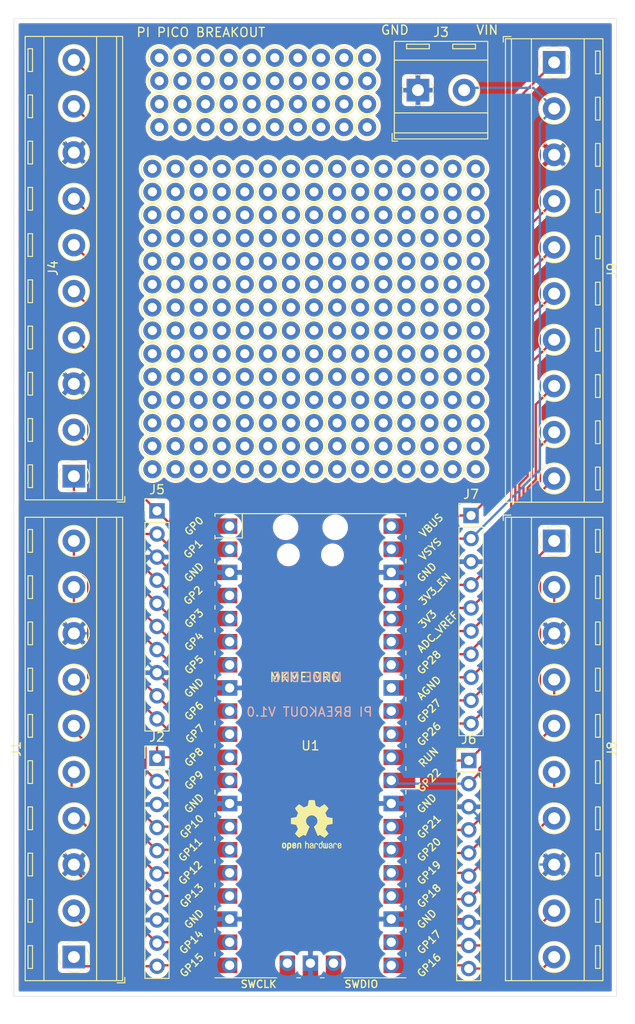
<source format=kicad_pcb>
(kicad_pcb (version 20171130) (host pcbnew "(5.1.6)-1")
  (layers (0 F.Cu signal) (31 B.Cu signal) (34 B.Paste user) (35 F.Paste user) (36 B.SilkS user) (37 F.SilkS user) (38 B.Mask user) (39 F.Mask user) (44 Edge.Cuts user))
  (net 0 "")
  (net 1 GPIO15)
  (net 2 GPIO14)
  (net 3 GND)
  (net 4 GPIO13)
  (net 5 GPIO12)
  (net 6 GPIO11)
  (net 7 GPIO10)
  (net 8 GPIO8)
  (net 9 GPIO9)
  (net 10 VSYS)
  (net 11 GPIO2)
  (net 12 GPIO3)
  (net 13 GPIO4)
  (net 14 GPIO5)
  (net 15 GPIO6)
  (net 16 GPIO7)
  (net 17 GPIO1)
  (net 18 GPIO0)
  (net 19 RUN)
  (net 20 GPIO22)
  (net 21 GPIO21)
  (net 22 GPIO20)
  (net 23 GPIO19)
  (net 24 GPIO18)
  (net 25 GPIO17)
  (net 26 GPIO16)
  (net 27 GPIO26_ADC0)
  (net 28 GPIO27_ADC1)
  (net 29 AGND)
  (net 30 GPIO28_ADC2)
  (net 31 ADC_VREF)
  (net 32 3v3)
  (net 33 3V3_EN)
  (net 34 VBUS)
  (net 35 "Net-(U1-Pad41)")
  (net 36 "Net-(U1-Pad43)")
  (module Pi_Pico_MKME_Lab:RPi_Pico_SMD_TH (layer F.Cu) (at 149.462 110.388001)
    (fp_text reference U1 (at 0 0) (layer F.SilkS))
    (fp_text value Pico)
    (fp_text user GP1 (at -12.9 -21.6 45) (layer F.SilkS) (effects (font (size 0.8 0.8))))
    (fp_text user GP2 (at -12.9 -16.51 45) (layer F.SilkS) (effects (font (size 0.8 0.8))))
    (fp_text user GP0 (at -12.8 -24.13 45) (layer F.SilkS) (effects (font (size 0.8 0.8))))
    (fp_text user GP3 (at -12.8 -13.97 45) (layer F.SilkS) (effects (font (size 0.8 0.8))))
    (fp_text user GP4 (at -12.8 -11.43 45) (layer F.SilkS) (effects (font (size 0.8 0.8))))
    (fp_text user GP5 (at -12.8 -8.89 45) (layer F.SilkS) (effects (font (size 0.8 0.8))))
    (fp_text user GP6 (at -12.8 -3.81 45) (layer F.SilkS) (effects (font (size 0.8 0.8))))
    (fp_text user GP7 (at -12.7 -1.3 45) (layer F.SilkS) (effects (font (size 0.8 0.8))))
    (fp_text user GP8 (at -12.8 1.27 45) (layer F.SilkS) (effects (font (size 0.8 0.8))))
    (fp_text user GP9 (at -12.8 3.81 45) (layer F.SilkS) (effects (font (size 0.8 0.8))))
    (fp_text user GP10 (at -13.054 8.89 45) (layer F.SilkS) (effects (font (size 0.8 0.8))))
    (fp_text user GP11 (at -13.2 11.43 45) (layer F.SilkS) (effects (font (size 0.8 0.8))))
    (fp_text user GP12 (at -13.2 13.97 45) (layer F.SilkS) (effects (font (size 0.8 0.8))))
    (fp_text user GP13 (at -13.054 16.51 45) (layer F.SilkS) (effects (font (size 0.8 0.8))))
    (fp_text user GP14 (at -13.1 21.59 45) (layer F.SilkS) (effects (font (size 0.8 0.8))))
    (fp_text user GP15 (at -13.054 24.13 45) (layer F.SilkS) (effects (font (size 0.8 0.8))))
    (fp_text user GP16 (at 13.054 24.13 45) (layer F.SilkS) (effects (font (size 0.8 0.8))))
    (fp_text user GP17 (at 13.054 21.59 45) (layer F.SilkS) (effects (font (size 0.8 0.8))))
    (fp_text user GP18 (at 13.054 16.51 45) (layer F.SilkS) (effects (font (size 0.8 0.8))))
    (fp_text user GP19 (at 13.054 13.97 45) (layer F.SilkS) (effects (font (size 0.8 0.8))))
    (fp_text user GP20 (at 13.054 11.43 45) (layer F.SilkS) (effects (font (size 0.8 0.8))))
    (fp_text user GP21 (at 13.054 8.9 45) (layer F.SilkS) (effects (font (size 0.8 0.8))))
    (fp_text user GP22 (at 13.054 3.81 45) (layer F.SilkS) (effects (font (size 0.8 0.8))))
    (fp_text user RUN (at 13 1.27 45) (layer F.SilkS) (effects (font (size 0.8 0.8))))
    (fp_text user GP26 (at 13.054 -1.27 45) (layer F.SilkS) (effects (font (size 0.8 0.8))))
    (fp_text user GP27 (at 13.054 -3.8 45) (layer F.SilkS) (effects (font (size 0.8 0.8))))
    (fp_text user GP28 (at 13.054 -9.144 45) (layer F.SilkS) (effects (font (size 0.8 0.8))))
    (fp_text user ADC_VREF (at 14 -12.5 45) (layer F.SilkS) (effects (font (size 0.8 0.8))))
    (fp_text user 3V3 (at 12.9 -13.9 45) (layer F.SilkS) (effects (font (size 0.8 0.8))))
    (fp_text user 3V3_EN (at 13.7 -17.2 45) (layer F.SilkS) (effects (font (size 0.8 0.8))))
    (fp_text user VSYS (at 13.2 -21.59 45) (layer F.SilkS) (effects (font (size 0.8 0.8))))
    (fp_text user VBUS (at 13.3 -24.2 45) (layer F.SilkS) (effects (font (size 0.8 0.8))))
    (fp_text user GND (at -12.8 -19.05 45) (layer F.SilkS) (effects (font (size 0.8 0.8))))
    (fp_text user GND (at -12.8 -6.35 45) (layer F.SilkS) (effects (font (size 0.8 0.8))))
    (fp_text user GND (at -12.8 6.35 45) (layer F.SilkS) (effects (font (size 0.8 0.8))))
    (fp_text user GND (at -12.8 19.05 45) (layer F.SilkS) (effects (font (size 0.8 0.8))))
    (fp_text user GND (at 12.8 19.05 45) (layer F.SilkS) (effects (font (size 0.8 0.8))))
    (fp_text user GND (at 12.8 6.35 45) (layer F.SilkS) (effects (font (size 0.8 0.8))))
    (fp_text user GND (at 12.8 -19.05 45) (layer F.SilkS) (effects (font (size 0.8 0.8))))
    (fp_text user AGND (at 13.054 -6.35 45) (layer F.SilkS) (effects (font (size 0.8 0.8))))
    (fp_text user SWCLK (at -5.7 26.2) (layer F.SilkS) (effects (font (size 0.8 0.8))))
    (fp_text user SWDIO (at 5.6 26.2) (layer F.SilkS) (effects (font (size 0.8 0.8))))
    (pad 1 thru_hole oval (at -8.89 -24.13) (size 1.7 1.7) (drill 1.02) (layers *.Cu *.Mask) (net 18 GPIO0))
    (pad 2 thru_hole oval (at -8.89 -21.59) (size 1.7 1.7) (drill 1.02) (layers *.Cu *.Mask) (net 17 GPIO1))
    (pad 3 thru_hole rect (at -8.89 -19.05) (size 1.7 1.7) (drill 1.02) (layers *.Cu *.Mask) (net 3 GND))
    (pad 4 thru_hole oval (at -8.89 -16.51) (size 1.7 1.7) (drill 1.02) (layers *.Cu *.Mask) (net 11 GPIO2))
    (pad 5 thru_hole oval (at -8.89 -13.97) (size 1.7 1.7) (drill 1.02) (layers *.Cu *.Mask) (net 12 GPIO3))
    (pad 6 thru_hole oval (at -8.89 -11.43) (size 1.7 1.7) (drill 1.02) (layers *.Cu *.Mask) (net 13 GPIO4))
    (pad 7 thru_hole oval (at -8.89 -8.89) (size 1.7 1.7) (drill 1.02) (layers *.Cu *.Mask) (net 14 GPIO5))
    (pad 8 thru_hole rect (at -8.89 -6.35) (size 1.7 1.7) (drill 1.02) (layers *.Cu *.Mask) (net 3 GND))
    (pad 9 thru_hole oval (at -8.89 -3.81) (size 1.7 1.7) (drill 1.02) (layers *.Cu *.Mask) (net 15 GPIO6))
    (pad 10 thru_hole oval (at -8.89 -1.27) (size 1.7 1.7) (drill 1.02) (layers *.Cu *.Mask) (net 16 GPIO7))
    (pad 11 thru_hole oval (at -8.89 1.27) (size 1.7 1.7) (drill 1.02) (layers *.Cu *.Mask) (net 8 GPIO8))
    (pad 12 thru_hole oval (at -8.89 3.81) (size 1.7 1.7) (drill 1.02) (layers *.Cu *.Mask) (net 9 GPIO9))
    (pad 13 thru_hole rect (at -8.89 6.35) (size 1.7 1.7) (drill 1.02) (layers *.Cu *.Mask) (net 3 GND))
    (pad 14 thru_hole oval (at -8.89 8.89) (size 1.7 1.7) (drill 1.02) (layers *.Cu *.Mask) (net 7 GPIO10))
    (pad 15 thru_hole oval (at -8.89 11.43) (size 1.7 1.7) (drill 1.02) (layers *.Cu *.Mask) (net 6 GPIO11))
    (pad 16 thru_hole oval (at -8.89 13.97) (size 1.7 1.7) (drill 1.02) (layers *.Cu *.Mask) (net 5 GPIO12))
    (pad 17 thru_hole oval (at -8.89 16.51) (size 1.7 1.7) (drill 1.02) (layers *.Cu *.Mask) (net 4 GPIO13))
    (pad 18 thru_hole rect (at -8.89 19.05) (size 1.7 1.7) (drill 1.02) (layers *.Cu *.Mask) (net 3 GND))
    (pad 19 thru_hole oval (at -8.89 21.59) (size 1.7 1.7) (drill 1.02) (layers *.Cu *.Mask) (net 2 GPIO14))
    (pad 20 thru_hole oval (at -8.89 24.13) (size 1.7 1.7) (drill 1.02) (layers *.Cu *.Mask) (net 1 GPIO15))
    (pad 21 thru_hole oval (at 8.89 24.13) (size 1.7 1.7) (drill 1.02) (layers *.Cu *.Mask) (net 26 GPIO16))
    (pad 22 thru_hole oval (at 8.89 21.59) (size 1.7 1.7) (drill 1.02) (layers *.Cu *.Mask) (net 25 GPIO17))
    (pad 23 thru_hole rect (at 8.89 19.05) (size 1.7 1.7) (drill 1.02) (layers *.Cu *.Mask) (net 3 GND))
    (pad 24 thru_hole oval (at 8.89 16.51) (size 1.7 1.7) (drill 1.02) (layers *.Cu *.Mask) (net 24 GPIO18))
    (pad 25 thru_hole oval (at 8.89 13.97) (size 1.7 1.7) (drill 1.02) (layers *.Cu *.Mask) (net 23 GPIO19))
    (pad 26 thru_hole oval (at 8.89 11.43) (size 1.7 1.7) (drill 1.02) (layers *.Cu *.Mask) (net 22 GPIO20))
    (pad 27 thru_hole oval (at 8.89 8.89) (size 1.7 1.7) (drill 1.02) (layers *.Cu *.Mask) (net 21 GPIO21))
    (pad 28 thru_hole rect (at 8.89 6.35) (size 1.7 1.7) (drill 1.02) (layers *.Cu *.Mask) (net 3 GND))
    (pad 29 thru_hole oval (at 8.89 3.81) (size 1.7 1.7) (drill 1.02) (layers *.Cu *.Mask) (net 20 GPIO22))
    (pad 30 thru_hole oval (at 8.89 1.27) (size 1.7 1.7) (drill 1.02) (layers *.Cu *.Mask) (net 19 RUN))
    (pad 31 thru_hole oval (at 8.89 -1.27) (size 1.7 1.7) (drill 1.02) (layers *.Cu *.Mask) (net 27 GPIO26_ADC0))
    (pad 32 thru_hole oval (at 8.89 -3.81) (size 1.7 1.7) (drill 1.02) (layers *.Cu *.Mask) (net 28 GPIO27_ADC1))
    (pad 33 thru_hole rect (at 8.89 -6.35) (size 1.7 1.7) (drill 1.02) (layers *.Cu *.Mask) (net 29 AGND))
    (pad 34 thru_hole oval (at 8.89 -8.89) (size 1.7 1.7) (drill 1.02) (layers *.Cu *.Mask) (net 30 GPIO28_ADC2))
    (pad 35 thru_hole oval (at 8.89 -11.43) (size 1.7 1.7) (drill 1.02) (layers *.Cu *.Mask) (net 31 ADC_VREF))
    (pad 36 thru_hole oval (at 8.89 -13.97) (size 1.7 1.7) (drill 1.02) (layers *.Cu *.Mask) (net 32 3v3))
    (pad 37 thru_hole oval (at 8.89 -16.51) (size 1.7 1.7) (drill 1.02) (layers *.Cu *.Mask) (net 33 3V3_EN))
    (pad 38 thru_hole rect (at 8.89 -19.05) (size 1.7 1.7) (drill 1.02) (layers *.Cu *.Mask) (net 3 GND))
    (pad 39 thru_hole oval (at 8.89 -21.59) (size 1.7 1.7) (drill 1.02) (layers *.Cu *.Mask) (net 10 VSYS))
    (pad 40 thru_hole oval (at 8.89 -24.13) (size 1.7 1.7) (drill 1.02) (layers *.Cu *.Mask) (net 34 VBUS))
    (pad 1 smd rect (at -8.89 -24.13) (size 3.5 1.7) (drill (offset -0.9 0)) (layers F.Cu F.Mask) (net 18 GPIO0))
    (pad 2 smd rect (at -8.89 -21.59) (size 3.5 1.7) (drill (offset -0.9 0)) (layers F.Cu F.Mask) (net 17 GPIO1))
    (pad 3 smd rect (at -8.89 -19.05) (size 3.5 1.7) (drill (offset -0.9 0)) (layers F.Cu F.Mask) (net 3 GND))
    (pad 4 smd rect (at -8.89 -16.51) (size 3.5 1.7) (drill (offset -0.9 0)) (layers F.Cu F.Mask) (net 11 GPIO2))
    (pad 5 smd rect (at -8.89 -13.97) (size 3.5 1.7) (drill (offset -0.9 0)) (layers F.Cu F.Mask) (net 12 GPIO3))
    (pad 6 smd rect (at -8.89 -11.43) (size 3.5 1.7) (drill (offset -0.9 0)) (layers F.Cu F.Mask) (net 13 GPIO4))
    (pad 7 smd rect (at -8.89 -8.89) (size 3.5 1.7) (drill (offset -0.9 0)) (layers F.Cu F.Mask) (net 14 GPIO5))
    (pad 8 smd rect (at -8.89 -6.35) (size 3.5 1.7) (drill (offset -0.9 0)) (layers F.Cu F.Mask) (net 3 GND))
    (pad 9 smd rect (at -8.89 -3.81) (size 3.5 1.7) (drill (offset -0.9 0)) (layers F.Cu F.Mask) (net 15 GPIO6))
    (pad 10 smd rect (at -8.89 -1.27) (size 3.5 1.7) (drill (offset -0.9 0)) (layers F.Cu F.Mask) (net 16 GPIO7))
    (pad 11 smd rect (at -8.89 1.27) (size 3.5 1.7) (drill (offset -0.9 0)) (layers F.Cu F.Mask) (net 8 GPIO8))
    (pad 12 smd rect (at -8.89 3.81) (size 3.5 1.7) (drill (offset -0.9 0)) (layers F.Cu F.Mask) (net 9 GPIO9))
    (pad 13 smd rect (at -8.89 6.35) (size 3.5 1.7) (drill (offset -0.9 0)) (layers F.Cu F.Mask) (net 3 GND))
    (pad 14 smd rect (at -8.89 8.89) (size 3.5 1.7) (drill (offset -0.9 0)) (layers F.Cu F.Mask) (net 7 GPIO10))
    (pad 15 smd rect (at -8.89 11.43) (size 3.5 1.7) (drill (offset -0.9 0)) (layers F.Cu F.Mask) (net 6 GPIO11))
    (pad 16 smd rect (at -8.89 13.97) (size 3.5 1.7) (drill (offset -0.9 0)) (layers F.Cu F.Mask) (net 5 GPIO12))
    (pad 17 smd rect (at -8.89 16.51) (size 3.5 1.7) (drill (offset -0.9 0)) (layers F.Cu F.Mask) (net 4 GPIO13))
    (pad 18 smd rect (at -8.89 19.05) (size 3.5 1.7) (drill (offset -0.9 0)) (layers F.Cu F.Mask) (net 3 GND))
    (pad 19 smd rect (at -8.89 21.59) (size 3.5 1.7) (drill (offset -0.9 0)) (layers F.Cu F.Mask) (net 2 GPIO14))
    (pad 20 smd rect (at -8.89 24.13) (size 3.5 1.7) (drill (offset -0.9 0)) (layers F.Cu F.Mask) (net 1 GPIO15))
    (pad 40 smd rect (at 8.89 -24.13) (size 3.5 1.7) (drill (offset 0.9 0)) (layers F.Cu F.Mask) (net 34 VBUS))
    (pad 39 smd rect (at 8.89 -21.59) (size 3.5 1.7) (drill (offset 0.9 0)) (layers F.Cu F.Mask) (net 10 VSYS))
    (pad 38 smd rect (at 8.89 -19.05) (size 3.5 1.7) (drill (offset 0.9 0)) (layers F.Cu F.Mask) (net 3 GND))
    (pad 37 smd rect (at 8.89 -16.51) (size 3.5 1.7) (drill (offset 0.9 0)) (layers F.Cu F.Mask) (net 33 3V3_EN))
    (pad 36 smd rect (at 8.89 -13.97) (size 3.5 1.7) (drill (offset 0.9 0)) (layers F.Cu F.Mask) (net 32 3v3))
    (pad 35 smd rect (at 8.89 -11.43) (size 3.5 1.7) (drill (offset 0.9 0)) (layers F.Cu F.Mask) (net 31 ADC_VREF))
    (pad 34 smd rect (at 8.89 -8.89) (size 3.5 1.7) (drill (offset 0.9 0)) (layers F.Cu F.Mask) (net 30 GPIO28_ADC2))
    (pad 33 smd rect (at 8.89 -6.35) (size 3.5 1.7) (drill (offset 0.9 0)) (layers F.Cu F.Mask) (net 29 AGND))
    (pad 32 smd rect (at 8.89 -3.81) (size 3.5 1.7) (drill (offset 0.9 0)) (layers F.Cu F.Mask) (net 28 GPIO27_ADC1))
    (pad 31 smd rect (at 8.89 -1.27) (size 3.5 1.7) (drill (offset 0.9 0)) (layers F.Cu F.Mask) (net 27 GPIO26_ADC0))
    (pad 30 smd rect (at 8.89 1.27) (size 3.5 1.7) (drill (offset 0.9 0)) (layers F.Cu F.Mask) (net 19 RUN))
    (pad 29 smd rect (at 8.89 3.81) (size 3.5 1.7) (drill (offset 0.9 0)) (layers F.Cu F.Mask) (net 20 GPIO22))
    (pad 28 smd rect (at 8.89 6.35) (size 3.5 1.7) (drill (offset 0.9 0)) (layers F.Cu F.Mask) (net 3 GND))
    (pad 27 smd rect (at 8.89 8.89) (size 3.5 1.7) (drill (offset 0.9 0)) (layers F.Cu F.Mask) (net 21 GPIO21))
    (pad 26 smd rect (at 8.89 11.43) (size 3.5 1.7) (drill (offset 0.9 0)) (layers F.Cu F.Mask) (net 22 GPIO20))
    (pad 25 smd rect (at 8.89 13.97) (size 3.5 1.7) (drill (offset 0.9 0)) (layers F.Cu F.Mask) (net 23 GPIO19))
    (pad 24 smd rect (at 8.89 16.51) (size 3.5 1.7) (drill (offset 0.9 0)) (layers F.Cu F.Mask) (net 24 GPIO18))
    (pad 23 smd rect (at 8.89 19.05) (size 3.5 1.7) (drill (offset 0.9 0)) (layers F.Cu F.Mask) (net 3 GND))
    (pad 22 smd rect (at 8.89 21.59) (size 3.5 1.7) (drill (offset 0.9 0)) (layers F.Cu F.Mask) (net 25 GPIO17))
    (pad 21 smd rect (at 8.89 24.13) (size 3.5 1.7) (drill (offset 0.9 0)) (layers F.Cu F.Mask) (net 26 GPIO16))
    (pad "" np_thru_hole oval (at -2.725 -24) (size 1.8 1.8) (drill 1.8) (layers *.Cu *.Mask))
    (pad "" np_thru_hole oval (at 2.725 -24) (size 1.8 1.8) (drill 1.8) (layers *.Cu *.Mask))
    (pad "" np_thru_hole oval (at -2.425 -20.97) (size 1.5 1.5) (drill 1.5) (layers *.Cu *.Mask))
    (pad "" np_thru_hole oval (at 2.425 -20.97) (size 1.5 1.5) (drill 1.5) (layers *.Cu *.Mask))
    (pad 41 smd rect (at -2.54 23.9 90) (size 3.5 1.7) (drill (offset -0.9 0)) (layers F.Cu F.Mask) (net 35 "Net-(U1-Pad41)"))
    (pad 41 thru_hole oval (at -2.54 23.9) (size 1.7 1.7) (drill 1.02) (layers *.Cu *.Mask) (net 35 "Net-(U1-Pad41)"))
    (pad 42 smd rect (at 0 23.9 90) (size 3.5 1.7) (drill (offset -0.9 0)) (layers F.Cu F.Mask) (net 3 GND))
    (pad 42 thru_hole rect (at 0 23.9) (size 1.7 1.7) (drill 1.02) (layers *.Cu *.Mask) (net 3 GND))
    (pad 43 smd rect (at 2.54 23.9 90) (size 3.5 1.7) (drill (offset -0.9 0)) (layers F.Cu F.Mask) (net 36 "Net-(U1-Pad43)"))
    (pad 43 thru_hole oval (at 2.54 23.9) (size 1.7 1.7) (drill 1.02) (layers *.Cu *.Mask) (net 36 "Net-(U1-Pad43)"))
  )
  (module Symbol:OSHW-Logo2_7.3x6mm_SilkScreen (layer F.Cu) (at 149.606 119.126)
    (fp_text reference REF** hide)
    (fp_text value OSHW-Logo2_7.3x6mm_SilkScreen hide)
  )
  (module TestPoint:TestPoint_THTPad_D2.0mm_Drill1.0mm (layer F.Cu) (at 155.702 42.418)
    (fp_text reference REF** hide)
    (fp_text value 1 hide)
    (pad 1 thru_hole circle (at 0 0) (size 2 2) (drill 1) (layers *.Cu *.Mask))
  )
  (module TestPoint:TestPoint_THTPad_D2.0mm_Drill1.0mm (layer F.Cu) (at 153.162 42.418)
    (fp_text reference REF** hide)
    (fp_text value 1 hide)
    (pad 1 thru_hole circle (at 0 0) (size 2 2) (drill 1) (layers *.Cu *.Mask))
  )
  (module TestPoint:TestPoint_THTPad_D2.0mm_Drill1.0mm (layer F.Cu) (at 150.622 42.418)
    (fp_text reference REF** hide)
    (fp_text value 1 hide)
    (pad 1 thru_hole circle (at 0 0) (size 2 2) (drill 1) (layers *.Cu *.Mask))
  )
  (module TestPoint:TestPoint_THTPad_D2.0mm_Drill1.0mm (layer F.Cu) (at 148.082 42.418)
    (fp_text reference REF** hide)
    (fp_text value 1 hide)
    (pad 1 thru_hole circle (at 0 0) (size 2 2) (drill 1) (layers *.Cu *.Mask))
  )
  (module TestPoint:TestPoint_THTPad_D2.0mm_Drill1.0mm (layer F.Cu) (at 145.542 42.418)
    (fp_text reference REF** hide)
    (fp_text value 1 hide)
    (pad 1 thru_hole circle (at 0 0) (size 2 2) (drill 1) (layers *.Cu *.Mask))
  )
  (module TestPoint:TestPoint_THTPad_D2.0mm_Drill1.0mm (layer F.Cu) (at 143.002 42.418)
    (fp_text reference REF** hide)
    (fp_text value 1 hide)
    (pad 1 thru_hole circle (at 0 0) (size 2 2) (drill 1) (layers *.Cu *.Mask))
  )
  (module TestPoint:TestPoint_THTPad_D2.0mm_Drill1.0mm (layer F.Cu) (at 140.462 42.418)
    (fp_text reference REF** hide)
    (fp_text value 1 hide)
    (pad 1 thru_hole circle (at 0 0) (size 2 2) (drill 1) (layers *.Cu *.Mask))
  )
  (module TestPoint:TestPoint_THTPad_D2.0mm_Drill1.0mm (layer F.Cu) (at 137.922 42.418)
    (fp_text reference REF** hide)
    (fp_text value 1 hide)
    (pad 1 thru_hole circle (at 0 0) (size 2 2) (drill 1) (layers *.Cu *.Mask))
  )
  (module TestPoint:TestPoint_THTPad_D2.0mm_Drill1.0mm (layer F.Cu) (at 135.382 42.418)
    (fp_text reference REF** hide)
    (fp_text value 1 hide)
    (pad 1 thru_hole circle (at 0 0) (size 2 2) (drill 1) (layers *.Cu *.Mask))
  )
  (module TestPoint:TestPoint_THTPad_D2.0mm_Drill1.0mm (layer F.Cu) (at 132.842 42.418)
    (fp_text reference REF** hide)
    (fp_text value 1 hide)
    (pad 1 thru_hole circle (at 0 0) (size 2 2) (drill 1) (layers *.Cu *.Mask))
  )
  (module TestPoint:TestPoint_THTPad_D2.0mm_Drill1.0mm (layer F.Cu) (at 155.702 39.878)
    (fp_text reference REF** hide)
    (fp_text value 1 hide)
    (pad 1 thru_hole circle (at 0 0) (size 2 2) (drill 1) (layers *.Cu *.Mask))
  )
  (module TestPoint:TestPoint_THTPad_D2.0mm_Drill1.0mm (layer F.Cu) (at 153.162 39.878)
    (fp_text reference REF** hide)
    (fp_text value 1 hide)
    (pad 1 thru_hole circle (at 0 0) (size 2 2) (drill 1) (layers *.Cu *.Mask))
  )
  (module TestPoint:TestPoint_THTPad_D2.0mm_Drill1.0mm (layer F.Cu) (at 150.622 39.878)
    (fp_text reference REF** hide)
    (fp_text value 1 hide)
    (pad 1 thru_hole circle (at 0 0) (size 2 2) (drill 1) (layers *.Cu *.Mask))
  )
  (module TestPoint:TestPoint_THTPad_D2.0mm_Drill1.0mm (layer F.Cu) (at 148.082 39.878)
    (fp_text reference REF** hide)
    (fp_text value 1 hide)
    (pad 1 thru_hole circle (at 0 0) (size 2 2) (drill 1) (layers *.Cu *.Mask))
  )
  (module TestPoint:TestPoint_THTPad_D2.0mm_Drill1.0mm (layer F.Cu) (at 145.542 39.878)
    (fp_text reference REF** hide)
    (fp_text value 1 hide)
    (pad 1 thru_hole circle (at 0 0) (size 2 2) (drill 1) (layers *.Cu *.Mask))
  )
  (module TestPoint:TestPoint_THTPad_D2.0mm_Drill1.0mm (layer F.Cu) (at 143.002 39.878)
    (fp_text reference REF** hide)
    (fp_text value 1 hide)
    (pad 1 thru_hole circle (at 0 0) (size 2 2) (drill 1) (layers *.Cu *.Mask))
  )
  (module TestPoint:TestPoint_THTPad_D2.0mm_Drill1.0mm (layer F.Cu) (at 140.462 39.878)
    (fp_text reference REF** hide)
    (fp_text value 1 hide)
    (pad 1 thru_hole circle (at 0 0) (size 2 2) (drill 1) (layers *.Cu *.Mask))
  )
  (module TestPoint:TestPoint_THTPad_D2.0mm_Drill1.0mm (layer F.Cu) (at 137.922 39.878)
    (fp_text reference REF** hide)
    (fp_text value 1 hide)
    (pad 1 thru_hole circle (at 0 0) (size 2 2) (drill 1) (layers *.Cu *.Mask))
  )
  (module TestPoint:TestPoint_THTPad_D2.0mm_Drill1.0mm (layer F.Cu) (at 135.382 39.878)
    (fp_text reference REF** hide)
    (fp_text value 1 hide)
    (pad 1 thru_hole circle (at 0 0) (size 2 2) (drill 1) (layers *.Cu *.Mask))
  )
  (module TestPoint:TestPoint_THTPad_D2.0mm_Drill1.0mm (layer F.Cu) (at 132.842 39.878)
    (fp_text reference REF** hide)
    (fp_text value 1 hide)
    (pad 1 thru_hole circle (at 0 0) (size 2 2) (drill 1) (layers *.Cu *.Mask))
  )
  (module TestPoint:TestPoint_THTPad_D2.0mm_Drill1.0mm (layer F.Cu) (at 155.702 37.338)
    (fp_text reference REF** hide)
    (fp_text value 1 hide)
    (pad 1 thru_hole circle (at 0 0) (size 2 2) (drill 1) (layers *.Cu *.Mask))
  )
  (module TestPoint:TestPoint_THTPad_D2.0mm_Drill1.0mm (layer F.Cu) (at 153.162 37.338)
    (fp_text reference REF** hide)
    (fp_text value 1 hide)
    (pad 1 thru_hole circle (at 0 0) (size 2 2) (drill 1) (layers *.Cu *.Mask))
  )
  (module TestPoint:TestPoint_THTPad_D2.0mm_Drill1.0mm (layer F.Cu) (at 150.622 37.338)
    (fp_text reference REF** hide)
    (fp_text value 1 hide)
    (pad 1 thru_hole circle (at 0 0) (size 2 2) (drill 1) (layers *.Cu *.Mask))
  )
  (module TestPoint:TestPoint_THTPad_D2.0mm_Drill1.0mm (layer F.Cu) (at 148.082 37.338)
    (fp_text reference REF** hide)
    (fp_text value 1 hide)
    (pad 1 thru_hole circle (at 0 0) (size 2 2) (drill 1) (layers *.Cu *.Mask))
  )
  (module TestPoint:TestPoint_THTPad_D2.0mm_Drill1.0mm (layer F.Cu) (at 145.542 37.338)
    (fp_text reference REF** hide)
    (fp_text value 1 hide)
    (pad 1 thru_hole circle (at 0 0) (size 2 2) (drill 1) (layers *.Cu *.Mask))
  )
  (module TestPoint:TestPoint_THTPad_D2.0mm_Drill1.0mm (layer F.Cu) (at 143.002 37.338)
    (fp_text reference REF** hide)
    (fp_text value 1 hide)
    (pad 1 thru_hole circle (at 0 0) (size 2 2) (drill 1) (layers *.Cu *.Mask))
  )
  (module TestPoint:TestPoint_THTPad_D2.0mm_Drill1.0mm (layer F.Cu) (at 140.462 37.338)
    (fp_text reference REF** hide)
    (fp_text value 1 hide)
    (pad 1 thru_hole circle (at 0 0) (size 2 2) (drill 1) (layers *.Cu *.Mask))
  )
  (module TestPoint:TestPoint_THTPad_D2.0mm_Drill1.0mm (layer F.Cu) (at 137.922 37.338)
    (fp_text reference REF** hide)
    (fp_text value 1 hide)
    (pad 1 thru_hole circle (at 0 0) (size 2 2) (drill 1) (layers *.Cu *.Mask))
  )
  (module TestPoint:TestPoint_THTPad_D2.0mm_Drill1.0mm (layer F.Cu) (at 135.382 37.338)
    (fp_text reference REF** hide)
    (fp_text value 1 hide)
    (pad 1 thru_hole circle (at 0 0) (size 2 2) (drill 1) (layers *.Cu *.Mask))
  )
  (module TestPoint:TestPoint_THTPad_D2.0mm_Drill1.0mm (layer F.Cu) (at 132.842 37.338)
    (fp_text reference REF** hide)
    (fp_text value 1 hide)
    (pad 1 thru_hole circle (at 0 0) (size 2 2) (drill 1) (layers *.Cu *.Mask))
  )
  (module TestPoint:TestPoint_THTPad_D2.0mm_Drill1.0mm (layer F.Cu) (at 155.702 34.798)
    (fp_text reference REF** hide)
    (fp_text value 1 hide)
    (pad 1 thru_hole circle (at 0 0) (size 2 2) (drill 1) (layers *.Cu *.Mask))
  )
  (module TestPoint:TestPoint_THTPad_D2.0mm_Drill1.0mm (layer F.Cu) (at 153.162 34.798)
    (fp_text reference REF** hide)
    (fp_text value 1 hide)
    (pad 1 thru_hole circle (at 0 0) (size 2 2) (drill 1) (layers *.Cu *.Mask))
  )
  (module TestPoint:TestPoint_THTPad_D2.0mm_Drill1.0mm (layer F.Cu) (at 150.622 34.798)
    (fp_text reference REF** hide)
    (fp_text value 1 hide)
    (pad 1 thru_hole circle (at 0 0) (size 2 2) (drill 1) (layers *.Cu *.Mask))
  )
  (module TestPoint:TestPoint_THTPad_D2.0mm_Drill1.0mm (layer F.Cu) (at 148.082 34.798)
    (fp_text reference REF** hide)
    (fp_text value 1 hide)
    (pad 1 thru_hole circle (at 0 0) (size 2 2) (drill 1) (layers *.Cu *.Mask))
  )
  (module TestPoint:TestPoint_THTPad_D2.0mm_Drill1.0mm (layer F.Cu) (at 145.542 34.798)
    (fp_text reference REF** hide)
    (fp_text value 1 hide)
    (pad 1 thru_hole circle (at 0 0) (size 2 2) (drill 1) (layers *.Cu *.Mask))
  )
  (module TestPoint:TestPoint_THTPad_D2.0mm_Drill1.0mm (layer F.Cu) (at 143.002 34.798)
    (fp_text reference REF** hide)
    (fp_text value 1 hide)
    (pad 1 thru_hole circle (at 0 0) (size 2 2) (drill 1) (layers *.Cu *.Mask))
  )
  (module TestPoint:TestPoint_THTPad_D2.0mm_Drill1.0mm (layer F.Cu) (at 140.462 34.798)
    (fp_text reference REF** hide)
    (fp_text value 1 hide)
    (pad 1 thru_hole circle (at 0 0) (size 2 2) (drill 1) (layers *.Cu *.Mask))
  )
  (module TestPoint:TestPoint_THTPad_D2.0mm_Drill1.0mm (layer F.Cu) (at 137.922 34.798)
    (fp_text reference REF** hide)
    (fp_text value 1 hide)
    (pad 1 thru_hole circle (at 0 0) (size 2 2) (drill 1) (layers *.Cu *.Mask))
  )
  (module TestPoint:TestPoint_THTPad_D2.0mm_Drill1.0mm (layer F.Cu) (at 135.382 34.798)
    (fp_text reference REF** hide)
    (fp_text value 1 hide)
    (pad 1 thru_hole circle (at 0 0) (size 2 2) (drill 1) (layers *.Cu *.Mask))
  )
  (module TestPoint:TestPoint_THTPad_D2.0mm_Drill1.0mm (layer F.Cu) (at 132.842 34.798)
    (fp_text reference REF** hide)
    (fp_text value 1 hide)
    (pad 1 thru_hole circle (at 0 0) (size 2 2) (drill 1) (layers *.Cu *.Mask))
  )
  (module TestPoint:TestPoint_THTPad_D2.0mm_Drill1.0mm (layer F.Cu) (at 167.64 80.01)
    (fp_text reference REF** hide)
    (fp_text value 1 hide)
    (pad 1 thru_hole circle (at 0 0) (size 2 2) (drill 1) (layers *.Cu *.Mask))
  )
  (module TestPoint:TestPoint_THTPad_D2.0mm_Drill1.0mm (layer F.Cu) (at 165.1 80.01)
    (fp_text reference REF** hide)
    (fp_text value 1 hide)
    (pad 1 thru_hole circle (at 0 0) (size 2 2) (drill 1) (layers *.Cu *.Mask))
  )
  (module TestPoint:TestPoint_THTPad_D2.0mm_Drill1.0mm (layer F.Cu) (at 162.56 80.01)
    (fp_text reference REF** hide)
    (fp_text value 1 hide)
    (pad 1 thru_hole circle (at 0 0) (size 2 2) (drill 1) (layers *.Cu *.Mask))
  )
  (module TestPoint:TestPoint_THTPad_D2.0mm_Drill1.0mm (layer F.Cu) (at 160.02 80.01)
    (fp_text reference REF** hide)
    (fp_text value 1 hide)
    (pad 1 thru_hole circle (at 0 0) (size 2 2) (drill 1) (layers *.Cu *.Mask))
  )
  (module TestPoint:TestPoint_THTPad_D2.0mm_Drill1.0mm (layer F.Cu) (at 157.48 80.01)
    (fp_text reference REF** hide)
    (fp_text value 1 hide)
    (pad 1 thru_hole circle (at 0 0) (size 2 2) (drill 1) (layers *.Cu *.Mask))
  )
  (module TestPoint:TestPoint_THTPad_D2.0mm_Drill1.0mm (layer F.Cu) (at 154.94 80.01)
    (fp_text reference REF** hide)
    (fp_text value 1 hide)
    (pad 1 thru_hole circle (at 0 0) (size 2 2) (drill 1) (layers *.Cu *.Mask))
  )
  (module TestPoint:TestPoint_THTPad_D2.0mm_Drill1.0mm (layer F.Cu) (at 152.4 80.01)
    (fp_text reference REF** hide)
    (fp_text value 1 hide)
    (pad 1 thru_hole circle (at 0 0) (size 2 2) (drill 1) (layers *.Cu *.Mask))
  )
  (module TestPoint:TestPoint_THTPad_D2.0mm_Drill1.0mm (layer F.Cu) (at 149.86 80.01)
    (fp_text reference REF** hide)
    (fp_text value 1 hide)
    (pad 1 thru_hole circle (at 0 0) (size 2 2) (drill 1) (layers *.Cu *.Mask))
  )
  (module TestPoint:TestPoint_THTPad_D2.0mm_Drill1.0mm (layer F.Cu) (at 147.32 80.01)
    (fp_text reference REF** hide)
    (fp_text value 1 hide)
    (pad 1 thru_hole circle (at 0 0) (size 2 2) (drill 1) (layers *.Cu *.Mask))
  )
  (module TestPoint:TestPoint_THTPad_D2.0mm_Drill1.0mm (layer F.Cu) (at 144.78 80.01)
    (fp_text reference REF** hide)
    (fp_text value 1 hide)
    (pad 1 thru_hole circle (at 0 0) (size 2 2) (drill 1) (layers *.Cu *.Mask))
  )
  (module TestPoint:TestPoint_THTPad_D2.0mm_Drill1.0mm (layer F.Cu) (at 142.24 80.01)
    (fp_text reference REF** hide)
    (fp_text value 1 hide)
    (pad 1 thru_hole circle (at 0 0) (size 2 2) (drill 1) (layers *.Cu *.Mask))
  )
  (module TestPoint:TestPoint_THTPad_D2.0mm_Drill1.0mm (layer F.Cu) (at 139.7 80.01)
    (fp_text reference REF** hide)
    (fp_text value 1 hide)
    (pad 1 thru_hole circle (at 0 0) (size 2 2) (drill 1) (layers *.Cu *.Mask))
  )
  (module TestPoint:TestPoint_THTPad_D2.0mm_Drill1.0mm (layer F.Cu) (at 137.16 80.01)
    (fp_text reference REF** hide)
    (fp_text value 1 hide)
    (pad 1 thru_hole circle (at 0 0) (size 2 2) (drill 1) (layers *.Cu *.Mask))
  )
  (module TestPoint:TestPoint_THTPad_D2.0mm_Drill1.0mm (layer F.Cu) (at 134.62 80.01)
    (fp_text reference REF** hide)
    (fp_text value 1 hide)
    (pad 1 thru_hole circle (at 0 0) (size 2 2) (drill 1) (layers *.Cu *.Mask))
  )
  (module TestPoint:TestPoint_THTPad_D2.0mm_Drill1.0mm (layer F.Cu) (at 132.08 80.01)
    (fp_text reference REF** hide)
    (fp_text value 1 hide)
    (pad 1 thru_hole circle (at 0 0) (size 2 2) (drill 1) (layers *.Cu *.Mask))
  )
  (module TestPoint:TestPoint_THTPad_D2.0mm_Drill1.0mm (layer F.Cu) (at 167.64 77.47)
    (fp_text reference REF** hide)
    (fp_text value 1 hide)
    (pad 1 thru_hole circle (at 0 0) (size 2 2) (drill 1) (layers *.Cu *.Mask))
  )
  (module TestPoint:TestPoint_THTPad_D2.0mm_Drill1.0mm (layer F.Cu) (at 165.1 77.47)
    (fp_text reference REF** hide)
    (fp_text value 1 hide)
    (pad 1 thru_hole circle (at 0 0) (size 2 2) (drill 1) (layers *.Cu *.Mask))
  )
  (module TestPoint:TestPoint_THTPad_D2.0mm_Drill1.0mm (layer F.Cu) (at 162.56 77.47)
    (fp_text reference REF** hide)
    (fp_text value 1 hide)
    (pad 1 thru_hole circle (at 0 0) (size 2 2) (drill 1) (layers *.Cu *.Mask))
  )
  (module TestPoint:TestPoint_THTPad_D2.0mm_Drill1.0mm (layer F.Cu) (at 160.02 77.47)
    (fp_text reference REF** hide)
    (fp_text value 1 hide)
    (pad 1 thru_hole circle (at 0 0) (size 2 2) (drill 1) (layers *.Cu *.Mask))
  )
  (module TestPoint:TestPoint_THTPad_D2.0mm_Drill1.0mm (layer F.Cu) (at 157.48 77.47)
    (fp_text reference REF** hide)
    (fp_text value 1 hide)
    (pad 1 thru_hole circle (at 0 0) (size 2 2) (drill 1) (layers *.Cu *.Mask))
  )
  (module TestPoint:TestPoint_THTPad_D2.0mm_Drill1.0mm (layer F.Cu) (at 154.94 77.47)
    (fp_text reference REF** hide)
    (fp_text value 1 hide)
    (pad 1 thru_hole circle (at 0 0) (size 2 2) (drill 1) (layers *.Cu *.Mask))
  )
  (module TestPoint:TestPoint_THTPad_D2.0mm_Drill1.0mm (layer F.Cu) (at 152.4 77.47)
    (fp_text reference REF** hide)
    (fp_text value 1 hide)
    (pad 1 thru_hole circle (at 0 0) (size 2 2) (drill 1) (layers *.Cu *.Mask))
  )
  (module TestPoint:TestPoint_THTPad_D2.0mm_Drill1.0mm (layer F.Cu) (at 149.86 77.47)
    (fp_text reference REF** hide)
    (fp_text value 1 hide)
    (pad 1 thru_hole circle (at 0 0) (size 2 2) (drill 1) (layers *.Cu *.Mask))
  )
  (module TestPoint:TestPoint_THTPad_D2.0mm_Drill1.0mm (layer F.Cu) (at 147.32 77.47)
    (fp_text reference REF** hide)
    (fp_text value 1 hide)
    (pad 1 thru_hole circle (at 0 0) (size 2 2) (drill 1) (layers *.Cu *.Mask))
  )
  (module TestPoint:TestPoint_THTPad_D2.0mm_Drill1.0mm (layer F.Cu) (at 144.78 77.47)
    (fp_text reference REF** hide)
    (fp_text value 1 hide)
    (pad 1 thru_hole circle (at 0 0) (size 2 2) (drill 1) (layers *.Cu *.Mask))
  )
  (module TestPoint:TestPoint_THTPad_D2.0mm_Drill1.0mm (layer F.Cu) (at 142.24 77.47)
    (fp_text reference REF** hide)
    (fp_text value 1 hide)
    (pad 1 thru_hole circle (at 0 0) (size 2 2) (drill 1) (layers *.Cu *.Mask))
  )
  (module TestPoint:TestPoint_THTPad_D2.0mm_Drill1.0mm (layer F.Cu) (at 139.7 77.47)
    (fp_text reference REF** hide)
    (fp_text value 1 hide)
    (pad 1 thru_hole circle (at 0 0) (size 2 2) (drill 1) (layers *.Cu *.Mask))
  )
  (module TestPoint:TestPoint_THTPad_D2.0mm_Drill1.0mm (layer F.Cu) (at 137.16 77.47)
    (fp_text reference REF** hide)
    (fp_text value 1 hide)
    (pad 1 thru_hole circle (at 0 0) (size 2 2) (drill 1) (layers *.Cu *.Mask))
  )
  (module TestPoint:TestPoint_THTPad_D2.0mm_Drill1.0mm (layer F.Cu) (at 134.62 77.47)
    (fp_text reference REF** hide)
    (fp_text value 1 hide)
    (pad 1 thru_hole circle (at 0 0) (size 2 2) (drill 1) (layers *.Cu *.Mask))
  )
  (module TestPoint:TestPoint_THTPad_D2.0mm_Drill1.0mm (layer F.Cu) (at 132.08 77.47)
    (fp_text reference REF** hide)
    (fp_text value 1 hide)
    (pad 1 thru_hole circle (at 0 0) (size 2 2) (drill 1) (layers *.Cu *.Mask))
  )
  (module TestPoint:TestPoint_THTPad_D2.0mm_Drill1.0mm (layer F.Cu) (at 167.64 74.93)
    (fp_text reference REF** hide)
    (fp_text value 1 hide)
    (pad 1 thru_hole circle (at 0 0) (size 2 2) (drill 1) (layers *.Cu *.Mask))
  )
  (module TestPoint:TestPoint_THTPad_D2.0mm_Drill1.0mm (layer F.Cu) (at 165.1 74.93)
    (fp_text reference REF** hide)
    (fp_text value 1 hide)
    (pad 1 thru_hole circle (at 0 0) (size 2 2) (drill 1) (layers *.Cu *.Mask))
  )
  (module TestPoint:TestPoint_THTPad_D2.0mm_Drill1.0mm (layer F.Cu) (at 162.56 74.93)
    (fp_text reference REF** hide)
    (fp_text value 1 hide)
    (pad 1 thru_hole circle (at 0 0) (size 2 2) (drill 1) (layers *.Cu *.Mask))
  )
  (module TestPoint:TestPoint_THTPad_D2.0mm_Drill1.0mm (layer F.Cu) (at 160.02 74.93)
    (fp_text reference REF** hide)
    (fp_text value 1 hide)
    (pad 1 thru_hole circle (at 0 0) (size 2 2) (drill 1) (layers *.Cu *.Mask))
  )
  (module TestPoint:TestPoint_THTPad_D2.0mm_Drill1.0mm (layer F.Cu) (at 157.48 74.93)
    (fp_text reference REF** hide)
    (fp_text value 1 hide)
    (pad 1 thru_hole circle (at 0 0) (size 2 2) (drill 1) (layers *.Cu *.Mask))
  )
  (module TestPoint:TestPoint_THTPad_D2.0mm_Drill1.0mm (layer F.Cu) (at 154.94 74.93)
    (fp_text reference REF** hide)
    (fp_text value 1 hide)
    (pad 1 thru_hole circle (at 0 0) (size 2 2) (drill 1) (layers *.Cu *.Mask))
  )
  (module TestPoint:TestPoint_THTPad_D2.0mm_Drill1.0mm (layer F.Cu) (at 152.4 74.93)
    (fp_text reference REF** hide)
    (fp_text value 1 hide)
    (pad 1 thru_hole circle (at 0 0) (size 2 2) (drill 1) (layers *.Cu *.Mask))
  )
  (module TestPoint:TestPoint_THTPad_D2.0mm_Drill1.0mm (layer F.Cu) (at 149.86 74.93)
    (fp_text reference REF** hide)
    (fp_text value 1 hide)
    (pad 1 thru_hole circle (at 0 0) (size 2 2) (drill 1) (layers *.Cu *.Mask))
  )
  (module TestPoint:TestPoint_THTPad_D2.0mm_Drill1.0mm (layer F.Cu) (at 147.32 74.93)
    (fp_text reference REF** hide)
    (fp_text value 1 hide)
    (pad 1 thru_hole circle (at 0 0) (size 2 2) (drill 1) (layers *.Cu *.Mask))
  )
  (module TestPoint:TestPoint_THTPad_D2.0mm_Drill1.0mm (layer F.Cu) (at 144.78 74.93)
    (fp_text reference REF** hide)
    (fp_text value 1 hide)
    (pad 1 thru_hole circle (at 0 0) (size 2 2) (drill 1) (layers *.Cu *.Mask))
  )
  (module TestPoint:TestPoint_THTPad_D2.0mm_Drill1.0mm (layer F.Cu) (at 142.24 74.93)
    (fp_text reference REF** hide)
    (fp_text value 1 hide)
    (pad 1 thru_hole circle (at 0 0) (size 2 2) (drill 1) (layers *.Cu *.Mask))
  )
  (module TestPoint:TestPoint_THTPad_D2.0mm_Drill1.0mm (layer F.Cu) (at 139.7 74.93)
    (fp_text reference REF** hide)
    (fp_text value 1 hide)
    (pad 1 thru_hole circle (at 0 0) (size 2 2) (drill 1) (layers *.Cu *.Mask))
  )
  (module TestPoint:TestPoint_THTPad_D2.0mm_Drill1.0mm (layer F.Cu) (at 137.16 74.93)
    (fp_text reference REF** hide)
    (fp_text value 1 hide)
    (pad 1 thru_hole circle (at 0 0) (size 2 2) (drill 1) (layers *.Cu *.Mask))
  )
  (module TestPoint:TestPoint_THTPad_D2.0mm_Drill1.0mm (layer F.Cu) (at 134.62 74.93)
    (fp_text reference REF** hide)
    (fp_text value 1 hide)
    (pad 1 thru_hole circle (at 0 0) (size 2 2) (drill 1) (layers *.Cu *.Mask))
  )
  (module TestPoint:TestPoint_THTPad_D2.0mm_Drill1.0mm (layer F.Cu) (at 132.08 74.93)
    (fp_text reference REF** hide)
    (fp_text value 1 hide)
    (pad 1 thru_hole circle (at 0 0) (size 2 2) (drill 1) (layers *.Cu *.Mask))
  )
  (module TestPoint:TestPoint_THTPad_D2.0mm_Drill1.0mm (layer F.Cu) (at 167.64 72.39)
    (fp_text reference REF** hide)
    (fp_text value 1 hide)
    (pad 1 thru_hole circle (at 0 0) (size 2 2) (drill 1) (layers *.Cu *.Mask))
  )
  (module TestPoint:TestPoint_THTPad_D2.0mm_Drill1.0mm (layer F.Cu) (at 165.1 72.39)
    (fp_text reference REF** hide)
    (fp_text value 1 hide)
    (pad 1 thru_hole circle (at 0 0) (size 2 2) (drill 1) (layers *.Cu *.Mask))
  )
  (module TestPoint:TestPoint_THTPad_D2.0mm_Drill1.0mm (layer F.Cu) (at 162.56 72.39)
    (fp_text reference REF** hide)
    (fp_text value 1 hide)
    (pad 1 thru_hole circle (at 0 0) (size 2 2) (drill 1) (layers *.Cu *.Mask))
  )
  (module TestPoint:TestPoint_THTPad_D2.0mm_Drill1.0mm (layer F.Cu) (at 160.02 72.39)
    (fp_text reference REF** hide)
    (fp_text value 1 hide)
    (pad 1 thru_hole circle (at 0 0) (size 2 2) (drill 1) (layers *.Cu *.Mask))
  )
  (module TestPoint:TestPoint_THTPad_D2.0mm_Drill1.0mm (layer F.Cu) (at 157.48 72.39)
    (fp_text reference REF** hide)
    (fp_text value 1 hide)
    (pad 1 thru_hole circle (at 0 0) (size 2 2) (drill 1) (layers *.Cu *.Mask))
  )
  (module TestPoint:TestPoint_THTPad_D2.0mm_Drill1.0mm (layer F.Cu) (at 154.94 72.39)
    (fp_text reference REF** hide)
    (fp_text value 1 hide)
    (pad 1 thru_hole circle (at 0 0) (size 2 2) (drill 1) (layers *.Cu *.Mask))
  )
  (module TestPoint:TestPoint_THTPad_D2.0mm_Drill1.0mm (layer F.Cu) (at 152.4 72.39)
    (fp_text reference REF** hide)
    (fp_text value 1 hide)
    (pad 1 thru_hole circle (at 0 0) (size 2 2) (drill 1) (layers *.Cu *.Mask))
  )
  (module TestPoint:TestPoint_THTPad_D2.0mm_Drill1.0mm (layer F.Cu) (at 149.86 72.39)
    (fp_text reference REF** hide)
    (fp_text value 1 hide)
    (pad 1 thru_hole circle (at 0 0) (size 2 2) (drill 1) (layers *.Cu *.Mask))
  )
  (module TestPoint:TestPoint_THTPad_D2.0mm_Drill1.0mm (layer F.Cu) (at 147.32 72.39)
    (fp_text reference REF** hide)
    (fp_text value 1 hide)
    (pad 1 thru_hole circle (at 0 0) (size 2 2) (drill 1) (layers *.Cu *.Mask))
  )
  (module TestPoint:TestPoint_THTPad_D2.0mm_Drill1.0mm (layer F.Cu) (at 144.78 72.39)
    (fp_text reference REF** hide)
    (fp_text value 1 hide)
    (pad 1 thru_hole circle (at 0 0) (size 2 2) (drill 1) (layers *.Cu *.Mask))
  )
  (module TestPoint:TestPoint_THTPad_D2.0mm_Drill1.0mm (layer F.Cu) (at 142.24 72.39)
    (fp_text reference REF** hide)
    (fp_text value 1 hide)
    (pad 1 thru_hole circle (at 0 0) (size 2 2) (drill 1) (layers *.Cu *.Mask))
  )
  (module TestPoint:TestPoint_THTPad_D2.0mm_Drill1.0mm (layer F.Cu) (at 139.7 72.39)
    (fp_text reference REF** hide)
    (fp_text value 1 hide)
    (pad 1 thru_hole circle (at 0 0) (size 2 2) (drill 1) (layers *.Cu *.Mask))
  )
  (module TestPoint:TestPoint_THTPad_D2.0mm_Drill1.0mm (layer F.Cu) (at 137.16 72.39)
    (fp_text reference REF** hide)
    (fp_text value 1 hide)
    (pad 1 thru_hole circle (at 0 0) (size 2 2) (drill 1) (layers *.Cu *.Mask))
  )
  (module TestPoint:TestPoint_THTPad_D2.0mm_Drill1.0mm (layer F.Cu) (at 134.62 72.39)
    (fp_text reference REF** hide)
    (fp_text value 1 hide)
    (pad 1 thru_hole circle (at 0 0) (size 2 2) (drill 1) (layers *.Cu *.Mask))
  )
  (module TestPoint:TestPoint_THTPad_D2.0mm_Drill1.0mm (layer F.Cu) (at 132.08 72.39)
    (fp_text reference REF** hide)
    (fp_text value 1 hide)
    (pad 1 thru_hole circle (at 0 0) (size 2 2) (drill 1) (layers *.Cu *.Mask))
  )
  (module TestPoint:TestPoint_THTPad_D2.0mm_Drill1.0mm (layer F.Cu) (at 167.64 69.85)
    (fp_text reference REF** hide)
    (fp_text value 1 hide)
    (pad 1 thru_hole circle (at 0 0) (size 2 2) (drill 1) (layers *.Cu *.Mask))
  )
  (module TestPoint:TestPoint_THTPad_D2.0mm_Drill1.0mm (layer F.Cu) (at 165.1 69.85)
    (fp_text reference REF** hide)
    (fp_text value 1 hide)
    (pad 1 thru_hole circle (at 0 0) (size 2 2) (drill 1) (layers *.Cu *.Mask))
  )
  (module TestPoint:TestPoint_THTPad_D2.0mm_Drill1.0mm (layer F.Cu) (at 162.56 69.85)
    (fp_text reference REF** hide)
    (fp_text value 1 hide)
    (pad 1 thru_hole circle (at 0 0) (size 2 2) (drill 1) (layers *.Cu *.Mask))
  )
  (module TestPoint:TestPoint_THTPad_D2.0mm_Drill1.0mm (layer F.Cu) (at 160.02 69.85)
    (fp_text reference REF** hide)
    (fp_text value 1 hide)
    (pad 1 thru_hole circle (at 0 0) (size 2 2) (drill 1) (layers *.Cu *.Mask))
  )
  (module TestPoint:TestPoint_THTPad_D2.0mm_Drill1.0mm (layer F.Cu) (at 157.48 69.85)
    (fp_text reference REF** hide)
    (fp_text value 1 hide)
    (pad 1 thru_hole circle (at 0 0) (size 2 2) (drill 1) (layers *.Cu *.Mask))
  )
  (module TestPoint:TestPoint_THTPad_D2.0mm_Drill1.0mm (layer F.Cu) (at 154.94 69.85)
    (fp_text reference REF** hide)
    (fp_text value 1 hide)
    (pad 1 thru_hole circle (at 0 0) (size 2 2) (drill 1) (layers *.Cu *.Mask))
  )
  (module TestPoint:TestPoint_THTPad_D2.0mm_Drill1.0mm (layer F.Cu) (at 152.4 69.85)
    (fp_text reference REF** hide)
    (fp_text value 1 hide)
    (pad 1 thru_hole circle (at 0 0) (size 2 2) (drill 1) (layers *.Cu *.Mask))
  )
  (module TestPoint:TestPoint_THTPad_D2.0mm_Drill1.0mm (layer F.Cu) (at 149.86 69.85)
    (fp_text reference REF** hide)
    (fp_text value 1 hide)
    (pad 1 thru_hole circle (at 0 0) (size 2 2) (drill 1) (layers *.Cu *.Mask))
  )
  (module TestPoint:TestPoint_THTPad_D2.0mm_Drill1.0mm (layer F.Cu) (at 147.32 69.85)
    (fp_text reference REF** hide)
    (fp_text value 1 hide)
    (pad 1 thru_hole circle (at 0 0) (size 2 2) (drill 1) (layers *.Cu *.Mask))
  )
  (module TestPoint:TestPoint_THTPad_D2.0mm_Drill1.0mm (layer F.Cu) (at 144.78 69.85)
    (fp_text reference REF** hide)
    (fp_text value 1 hide)
    (pad 1 thru_hole circle (at 0 0) (size 2 2) (drill 1) (layers *.Cu *.Mask))
  )
  (module TestPoint:TestPoint_THTPad_D2.0mm_Drill1.0mm (layer F.Cu) (at 142.24 69.85)
    (fp_text reference REF** hide)
    (fp_text value 1 hide)
    (pad 1 thru_hole circle (at 0 0) (size 2 2) (drill 1) (layers *.Cu *.Mask))
  )
  (module TestPoint:TestPoint_THTPad_D2.0mm_Drill1.0mm (layer F.Cu) (at 139.7 69.85)
    (fp_text reference REF** hide)
    (fp_text value 1 hide)
    (pad 1 thru_hole circle (at 0 0) (size 2 2) (drill 1) (layers *.Cu *.Mask))
  )
  (module TestPoint:TestPoint_THTPad_D2.0mm_Drill1.0mm (layer F.Cu) (at 137.16 69.85)
    (fp_text reference REF** hide)
    (fp_text value 1 hide)
    (pad 1 thru_hole circle (at 0 0) (size 2 2) (drill 1) (layers *.Cu *.Mask))
  )
  (module TestPoint:TestPoint_THTPad_D2.0mm_Drill1.0mm (layer F.Cu) (at 134.62 69.85)
    (fp_text reference REF** hide)
    (fp_text value 1 hide)
    (pad 1 thru_hole circle (at 0 0) (size 2 2) (drill 1) (layers *.Cu *.Mask))
  )
  (module TestPoint:TestPoint_THTPad_D2.0mm_Drill1.0mm (layer F.Cu) (at 132.08 69.85)
    (fp_text reference REF** hide)
    (fp_text value 1 hide)
    (pad 1 thru_hole circle (at 0 0) (size 2 2) (drill 1) (layers *.Cu *.Mask))
  )
  (module TestPoint:TestPoint_THTPad_D2.0mm_Drill1.0mm (layer F.Cu) (at 167.64 67.31)
    (fp_text reference REF** hide)
    (fp_text value 1 hide)
    (pad 1 thru_hole circle (at 0 0) (size 2 2) (drill 1) (layers *.Cu *.Mask))
  )
  (module TestPoint:TestPoint_THTPad_D2.0mm_Drill1.0mm (layer F.Cu) (at 165.1 67.31)
    (fp_text reference REF** hide)
    (fp_text value 1 hide)
    (pad 1 thru_hole circle (at 0 0) (size 2 2) (drill 1) (layers *.Cu *.Mask))
  )
  (module TestPoint:TestPoint_THTPad_D2.0mm_Drill1.0mm (layer F.Cu) (at 162.56 67.31)
    (fp_text reference REF** hide)
    (fp_text value 1 hide)
    (pad 1 thru_hole circle (at 0 0) (size 2 2) (drill 1) (layers *.Cu *.Mask))
  )
  (module TestPoint:TestPoint_THTPad_D2.0mm_Drill1.0mm (layer F.Cu) (at 160.02 67.31)
    (fp_text reference REF** hide)
    (fp_text value 1 hide)
    (pad 1 thru_hole circle (at 0 0) (size 2 2) (drill 1) (layers *.Cu *.Mask))
  )
  (module TestPoint:TestPoint_THTPad_D2.0mm_Drill1.0mm (layer F.Cu) (at 157.48 67.31)
    (fp_text reference REF** hide)
    (fp_text value 1 hide)
    (pad 1 thru_hole circle (at 0 0) (size 2 2) (drill 1) (layers *.Cu *.Mask))
  )
  (module TestPoint:TestPoint_THTPad_D2.0mm_Drill1.0mm (layer F.Cu) (at 154.94 67.31)
    (fp_text reference REF** hide)
    (fp_text value 1 hide)
    (pad 1 thru_hole circle (at 0 0) (size 2 2) (drill 1) (layers *.Cu *.Mask))
  )
  (module TestPoint:TestPoint_THTPad_D2.0mm_Drill1.0mm (layer F.Cu) (at 152.4 67.31)
    (fp_text reference REF** hide)
    (fp_text value 1 hide)
    (pad 1 thru_hole circle (at 0 0) (size 2 2) (drill 1) (layers *.Cu *.Mask))
  )
  (module TestPoint:TestPoint_THTPad_D2.0mm_Drill1.0mm (layer F.Cu) (at 149.86 67.31)
    (fp_text reference REF** hide)
    (fp_text value 1 hide)
    (pad 1 thru_hole circle (at 0 0) (size 2 2) (drill 1) (layers *.Cu *.Mask))
  )
  (module TestPoint:TestPoint_THTPad_D2.0mm_Drill1.0mm (layer F.Cu) (at 147.32 67.31)
    (fp_text reference REF** hide)
    (fp_text value 1 hide)
    (pad 1 thru_hole circle (at 0 0) (size 2 2) (drill 1) (layers *.Cu *.Mask))
  )
  (module TestPoint:TestPoint_THTPad_D2.0mm_Drill1.0mm (layer F.Cu) (at 144.78 67.31)
    (fp_text reference REF** hide)
    (fp_text value 1 hide)
    (pad 1 thru_hole circle (at 0 0) (size 2 2) (drill 1) (layers *.Cu *.Mask))
  )
  (module TestPoint:TestPoint_THTPad_D2.0mm_Drill1.0mm (layer F.Cu) (at 142.24 67.31)
    (fp_text reference REF** hide)
    (fp_text value 1 hide)
    (pad 1 thru_hole circle (at 0 0) (size 2 2) (drill 1) (layers *.Cu *.Mask))
  )
  (module TestPoint:TestPoint_THTPad_D2.0mm_Drill1.0mm (layer F.Cu) (at 139.7 67.31)
    (fp_text reference REF** hide)
    (fp_text value 1 hide)
    (pad 1 thru_hole circle (at 0 0) (size 2 2) (drill 1) (layers *.Cu *.Mask))
  )
  (module TestPoint:TestPoint_THTPad_D2.0mm_Drill1.0mm (layer F.Cu) (at 137.16 67.31)
    (fp_text reference REF** hide)
    (fp_text value 1 hide)
    (pad 1 thru_hole circle (at 0 0) (size 2 2) (drill 1) (layers *.Cu *.Mask))
  )
  (module TestPoint:TestPoint_THTPad_D2.0mm_Drill1.0mm (layer F.Cu) (at 134.62 67.31)
    (fp_text reference REF** hide)
    (fp_text value 1 hide)
    (pad 1 thru_hole circle (at 0 0) (size 2 2) (drill 1) (layers *.Cu *.Mask))
  )
  (module TestPoint:TestPoint_THTPad_D2.0mm_Drill1.0mm (layer F.Cu) (at 132.08 67.31)
    (fp_text reference REF** hide)
    (fp_text value 1 hide)
    (pad 1 thru_hole circle (at 0 0) (size 2 2) (drill 1) (layers *.Cu *.Mask))
  )
  (module TestPoint:TestPoint_THTPad_D2.0mm_Drill1.0mm (layer F.Cu) (at 167.64 64.77)
    (fp_text reference REF** hide)
    (fp_text value 1 hide)
    (pad 1 thru_hole circle (at 0 0) (size 2 2) (drill 1) (layers *.Cu *.Mask))
  )
  (module TestPoint:TestPoint_THTPad_D2.0mm_Drill1.0mm (layer F.Cu) (at 165.1 64.77)
    (fp_text reference REF** hide)
    (fp_text value 1 hide)
    (pad 1 thru_hole circle (at 0 0) (size 2 2) (drill 1) (layers *.Cu *.Mask))
  )
  (module TestPoint:TestPoint_THTPad_D2.0mm_Drill1.0mm (layer F.Cu) (at 162.56 64.77)
    (fp_text reference REF** hide)
    (fp_text value 1 hide)
    (pad 1 thru_hole circle (at 0 0) (size 2 2) (drill 1) (layers *.Cu *.Mask))
  )
  (module TestPoint:TestPoint_THTPad_D2.0mm_Drill1.0mm (layer F.Cu) (at 160.02 64.77)
    (fp_text reference REF** hide)
    (fp_text value 1 hide)
    (pad 1 thru_hole circle (at 0 0) (size 2 2) (drill 1) (layers *.Cu *.Mask))
  )
  (module TestPoint:TestPoint_THTPad_D2.0mm_Drill1.0mm (layer F.Cu) (at 157.48 64.77)
    (fp_text reference REF** hide)
    (fp_text value 1 hide)
    (pad 1 thru_hole circle (at 0 0) (size 2 2) (drill 1) (layers *.Cu *.Mask))
  )
  (module TestPoint:TestPoint_THTPad_D2.0mm_Drill1.0mm (layer F.Cu) (at 154.94 64.77)
    (fp_text reference REF** hide)
    (fp_text value 1 hide)
    (pad 1 thru_hole circle (at 0 0) (size 2 2) (drill 1) (layers *.Cu *.Mask))
  )
  (module TestPoint:TestPoint_THTPad_D2.0mm_Drill1.0mm (layer F.Cu) (at 152.4 64.77)
    (fp_text reference REF** hide)
    (fp_text value 1 hide)
    (pad 1 thru_hole circle (at 0 0) (size 2 2) (drill 1) (layers *.Cu *.Mask))
  )
  (module TestPoint:TestPoint_THTPad_D2.0mm_Drill1.0mm (layer F.Cu) (at 149.86 64.77)
    (fp_text reference REF** hide)
    (fp_text value 1 hide)
    (pad 1 thru_hole circle (at 0 0) (size 2 2) (drill 1) (layers *.Cu *.Mask))
  )
  (module TestPoint:TestPoint_THTPad_D2.0mm_Drill1.0mm (layer F.Cu) (at 147.32 64.77)
    (fp_text reference REF** hide)
    (fp_text value 1 hide)
    (pad 1 thru_hole circle (at 0 0) (size 2 2) (drill 1) (layers *.Cu *.Mask))
  )
  (module TestPoint:TestPoint_THTPad_D2.0mm_Drill1.0mm (layer F.Cu) (at 144.78 64.77)
    (fp_text reference REF** hide)
    (fp_text value 1 hide)
    (pad 1 thru_hole circle (at 0 0) (size 2 2) (drill 1) (layers *.Cu *.Mask))
  )
  (module TestPoint:TestPoint_THTPad_D2.0mm_Drill1.0mm (layer F.Cu) (at 142.24 64.77)
    (fp_text reference REF** hide)
    (fp_text value 1 hide)
    (pad 1 thru_hole circle (at 0 0) (size 2 2) (drill 1) (layers *.Cu *.Mask))
  )
  (module TestPoint:TestPoint_THTPad_D2.0mm_Drill1.0mm (layer F.Cu) (at 139.7 64.77)
    (fp_text reference REF** hide)
    (fp_text value 1 hide)
    (pad 1 thru_hole circle (at 0 0) (size 2 2) (drill 1) (layers *.Cu *.Mask))
  )
  (module TestPoint:TestPoint_THTPad_D2.0mm_Drill1.0mm (layer F.Cu) (at 137.16 64.77)
    (fp_text reference REF** hide)
    (fp_text value 1 hide)
    (pad 1 thru_hole circle (at 0 0) (size 2 2) (drill 1) (layers *.Cu *.Mask))
  )
  (module TestPoint:TestPoint_THTPad_D2.0mm_Drill1.0mm (layer F.Cu) (at 134.62 64.77)
    (fp_text reference REF** hide)
    (fp_text value 1 hide)
    (pad 1 thru_hole circle (at 0 0) (size 2 2) (drill 1) (layers *.Cu *.Mask))
  )
  (module TestPoint:TestPoint_THTPad_D2.0mm_Drill1.0mm (layer F.Cu) (at 132.08 64.77)
    (fp_text reference REF** hide)
    (fp_text value 1 hide)
    (pad 1 thru_hole circle (at 0 0) (size 2 2) (drill 1) (layers *.Cu *.Mask))
  )
  (module TestPoint:TestPoint_THTPad_D2.0mm_Drill1.0mm (layer F.Cu) (at 167.64 62.23)
    (fp_text reference REF** hide)
    (fp_text value 1 hide)
    (pad 1 thru_hole circle (at 0 0) (size 2 2) (drill 1) (layers *.Cu *.Mask))
  )
  (module TestPoint:TestPoint_THTPad_D2.0mm_Drill1.0mm (layer F.Cu) (at 165.1 62.23)
    (fp_text reference REF** hide)
    (fp_text value 1 hide)
    (pad 1 thru_hole circle (at 0 0) (size 2 2) (drill 1) (layers *.Cu *.Mask))
  )
  (module TestPoint:TestPoint_THTPad_D2.0mm_Drill1.0mm (layer F.Cu) (at 162.56 62.23)
    (fp_text reference REF** hide)
    (fp_text value 1 hide)
    (pad 1 thru_hole circle (at 0 0) (size 2 2) (drill 1) (layers *.Cu *.Mask))
  )
  (module TestPoint:TestPoint_THTPad_D2.0mm_Drill1.0mm (layer F.Cu) (at 160.02 62.23)
    (fp_text reference REF** hide)
    (fp_text value 1 hide)
    (pad 1 thru_hole circle (at 0 0) (size 2 2) (drill 1) (layers *.Cu *.Mask))
  )
  (module TestPoint:TestPoint_THTPad_D2.0mm_Drill1.0mm (layer F.Cu) (at 157.48 62.23)
    (fp_text reference REF** hide)
    (fp_text value 1 hide)
    (pad 1 thru_hole circle (at 0 0) (size 2 2) (drill 1) (layers *.Cu *.Mask))
  )
  (module TestPoint:TestPoint_THTPad_D2.0mm_Drill1.0mm (layer F.Cu) (at 154.94 62.23)
    (fp_text reference REF** hide)
    (fp_text value 1 hide)
    (pad 1 thru_hole circle (at 0 0) (size 2 2) (drill 1) (layers *.Cu *.Mask))
  )
  (module TestPoint:TestPoint_THTPad_D2.0mm_Drill1.0mm (layer F.Cu) (at 152.4 62.23)
    (fp_text reference REF** hide)
    (fp_text value 1 hide)
    (pad 1 thru_hole circle (at 0 0) (size 2 2) (drill 1) (layers *.Cu *.Mask))
  )
  (module TestPoint:TestPoint_THTPad_D2.0mm_Drill1.0mm (layer F.Cu) (at 149.86 62.23)
    (fp_text reference REF** hide)
    (fp_text value 1 hide)
    (pad 1 thru_hole circle (at 0 0) (size 2 2) (drill 1) (layers *.Cu *.Mask))
  )
  (module TestPoint:TestPoint_THTPad_D2.0mm_Drill1.0mm (layer F.Cu) (at 147.32 62.23)
    (fp_text reference REF** hide)
    (fp_text value 1 hide)
    (pad 1 thru_hole circle (at 0 0) (size 2 2) (drill 1) (layers *.Cu *.Mask))
  )
  (module TestPoint:TestPoint_THTPad_D2.0mm_Drill1.0mm (layer F.Cu) (at 144.78 62.23)
    (fp_text reference REF** hide)
    (fp_text value 1 hide)
    (pad 1 thru_hole circle (at 0 0) (size 2 2) (drill 1) (layers *.Cu *.Mask))
  )
  (module TestPoint:TestPoint_THTPad_D2.0mm_Drill1.0mm (layer F.Cu) (at 142.24 62.23)
    (fp_text reference REF** hide)
    (fp_text value 1 hide)
    (pad 1 thru_hole circle (at 0 0) (size 2 2) (drill 1) (layers *.Cu *.Mask))
  )
  (module TestPoint:TestPoint_THTPad_D2.0mm_Drill1.0mm (layer F.Cu) (at 139.7 62.23)
    (fp_text reference REF** hide)
    (fp_text value 1 hide)
    (pad 1 thru_hole circle (at 0 0) (size 2 2) (drill 1) (layers *.Cu *.Mask))
  )
  (module TestPoint:TestPoint_THTPad_D2.0mm_Drill1.0mm (layer F.Cu) (at 137.16 62.23)
    (fp_text reference REF** hide)
    (fp_text value 1 hide)
    (pad 1 thru_hole circle (at 0 0) (size 2 2) (drill 1) (layers *.Cu *.Mask))
  )
  (module TestPoint:TestPoint_THTPad_D2.0mm_Drill1.0mm (layer F.Cu) (at 134.62 62.23)
    (fp_text reference REF** hide)
    (fp_text value 1 hide)
    (pad 1 thru_hole circle (at 0 0) (size 2 2) (drill 1) (layers *.Cu *.Mask))
  )
  (module TestPoint:TestPoint_THTPad_D2.0mm_Drill1.0mm (layer F.Cu) (at 132.08 62.23)
    (fp_text reference REF** hide)
    (fp_text value 1 hide)
    (pad 1 thru_hole circle (at 0 0) (size 2 2) (drill 1) (layers *.Cu *.Mask))
  )
  (module TestPoint:TestPoint_THTPad_D2.0mm_Drill1.0mm (layer F.Cu) (at 167.64 59.69)
    (fp_text reference REF** hide)
    (fp_text value 1 hide)
    (pad 1 thru_hole circle (at 0 0) (size 2 2) (drill 1) (layers *.Cu *.Mask))
  )
  (module TestPoint:TestPoint_THTPad_D2.0mm_Drill1.0mm (layer F.Cu) (at 165.1 59.69)
    (fp_text reference REF** hide)
    (fp_text value 1 hide)
    (pad 1 thru_hole circle (at 0 0) (size 2 2) (drill 1) (layers *.Cu *.Mask))
  )
  (module TestPoint:TestPoint_THTPad_D2.0mm_Drill1.0mm (layer F.Cu) (at 162.56 59.69)
    (fp_text reference REF** hide)
    (fp_text value 1 hide)
    (pad 1 thru_hole circle (at 0 0) (size 2 2) (drill 1) (layers *.Cu *.Mask))
  )
  (module TestPoint:TestPoint_THTPad_D2.0mm_Drill1.0mm (layer F.Cu) (at 160.02 59.69)
    (fp_text reference REF** hide)
    (fp_text value 1 hide)
    (pad 1 thru_hole circle (at 0 0) (size 2 2) (drill 1) (layers *.Cu *.Mask))
  )
  (module TestPoint:TestPoint_THTPad_D2.0mm_Drill1.0mm (layer F.Cu) (at 157.48 59.69)
    (fp_text reference REF** hide)
    (fp_text value 1 hide)
    (pad 1 thru_hole circle (at 0 0) (size 2 2) (drill 1) (layers *.Cu *.Mask))
  )
  (module TestPoint:TestPoint_THTPad_D2.0mm_Drill1.0mm (layer F.Cu) (at 154.94 59.69)
    (fp_text reference REF** hide)
    (fp_text value 1 hide)
    (pad 1 thru_hole circle (at 0 0) (size 2 2) (drill 1) (layers *.Cu *.Mask))
  )
  (module TestPoint:TestPoint_THTPad_D2.0mm_Drill1.0mm (layer F.Cu) (at 152.4 59.69)
    (fp_text reference REF** hide)
    (fp_text value 1 hide)
    (pad 1 thru_hole circle (at 0 0) (size 2 2) (drill 1) (layers *.Cu *.Mask))
  )
  (module TestPoint:TestPoint_THTPad_D2.0mm_Drill1.0mm (layer F.Cu) (at 149.86 59.69)
    (fp_text reference REF** hide)
    (fp_text value 1 hide)
    (pad 1 thru_hole circle (at 0 0) (size 2 2) (drill 1) (layers *.Cu *.Mask))
  )
  (module TestPoint:TestPoint_THTPad_D2.0mm_Drill1.0mm (layer F.Cu) (at 147.32 59.69)
    (fp_text reference REF** hide)
    (fp_text value 1 hide)
    (pad 1 thru_hole circle (at 0 0) (size 2 2) (drill 1) (layers *.Cu *.Mask))
  )
  (module TestPoint:TestPoint_THTPad_D2.0mm_Drill1.0mm (layer F.Cu) (at 144.78 59.69)
    (fp_text reference REF** hide)
    (fp_text value 1 hide)
    (pad 1 thru_hole circle (at 0 0) (size 2 2) (drill 1) (layers *.Cu *.Mask))
  )
  (module TestPoint:TestPoint_THTPad_D2.0mm_Drill1.0mm (layer F.Cu) (at 142.24 59.69)
    (fp_text reference REF** hide)
    (fp_text value 1 hide)
    (pad 1 thru_hole circle (at 0 0) (size 2 2) (drill 1) (layers *.Cu *.Mask))
  )
  (module TestPoint:TestPoint_THTPad_D2.0mm_Drill1.0mm (layer F.Cu) (at 139.7 59.69)
    (fp_text reference REF** hide)
    (fp_text value 1 hide)
    (pad 1 thru_hole circle (at 0 0) (size 2 2) (drill 1) (layers *.Cu *.Mask))
  )
  (module TestPoint:TestPoint_THTPad_D2.0mm_Drill1.0mm (layer F.Cu) (at 137.16 59.69)
    (fp_text reference REF** hide)
    (fp_text value 1 hide)
    (pad 1 thru_hole circle (at 0 0) (size 2 2) (drill 1) (layers *.Cu *.Mask))
  )
  (module TestPoint:TestPoint_THTPad_D2.0mm_Drill1.0mm (layer F.Cu) (at 134.62 59.69)
    (fp_text reference REF** hide)
    (fp_text value 1 hide)
    (pad 1 thru_hole circle (at 0 0) (size 2 2) (drill 1) (layers *.Cu *.Mask))
  )
  (module TestPoint:TestPoint_THTPad_D2.0mm_Drill1.0mm (layer F.Cu) (at 132.08 59.69)
    (fp_text reference REF** hide)
    (fp_text value 1 hide)
    (pad 1 thru_hole circle (at 0 0) (size 2 2) (drill 1) (layers *.Cu *.Mask))
  )
  (module TestPoint:TestPoint_THTPad_D2.0mm_Drill1.0mm (layer F.Cu) (at 167.64 57.15)
    (fp_text reference REF** hide)
    (fp_text value 1 hide)
    (pad 1 thru_hole circle (at 0 0) (size 2 2) (drill 1) (layers *.Cu *.Mask))
  )
  (module TestPoint:TestPoint_THTPad_D2.0mm_Drill1.0mm (layer F.Cu) (at 165.1 57.15)
    (fp_text reference REF** hide)
    (fp_text value 1 hide)
    (pad 1 thru_hole circle (at 0 0) (size 2 2) (drill 1) (layers *.Cu *.Mask))
  )
  (module TestPoint:TestPoint_THTPad_D2.0mm_Drill1.0mm (layer F.Cu) (at 162.56 57.15)
    (fp_text reference REF** hide)
    (fp_text value 1 hide)
    (pad 1 thru_hole circle (at 0 0) (size 2 2) (drill 1) (layers *.Cu *.Mask))
  )
  (module TestPoint:TestPoint_THTPad_D2.0mm_Drill1.0mm (layer F.Cu) (at 160.02 57.15)
    (fp_text reference REF** hide)
    (fp_text value 1 hide)
    (pad 1 thru_hole circle (at 0 0) (size 2 2) (drill 1) (layers *.Cu *.Mask))
  )
  (module TestPoint:TestPoint_THTPad_D2.0mm_Drill1.0mm (layer F.Cu) (at 157.48 57.15)
    (fp_text reference REF** hide)
    (fp_text value 1 hide)
    (pad 1 thru_hole circle (at 0 0) (size 2 2) (drill 1) (layers *.Cu *.Mask))
  )
  (module TestPoint:TestPoint_THTPad_D2.0mm_Drill1.0mm (layer F.Cu) (at 154.94 57.15)
    (fp_text reference REF** hide)
    (fp_text value 1 hide)
    (pad 1 thru_hole circle (at 0 0) (size 2 2) (drill 1) (layers *.Cu *.Mask))
  )
  (module TestPoint:TestPoint_THTPad_D2.0mm_Drill1.0mm (layer F.Cu) (at 152.4 57.15)
    (fp_text reference REF** hide)
    (fp_text value 1 hide)
    (pad 1 thru_hole circle (at 0 0) (size 2 2) (drill 1) (layers *.Cu *.Mask))
  )
  (module TestPoint:TestPoint_THTPad_D2.0mm_Drill1.0mm (layer F.Cu) (at 149.86 57.15)
    (fp_text reference REF** hide)
    (fp_text value 1 hide)
    (pad 1 thru_hole circle (at 0 0) (size 2 2) (drill 1) (layers *.Cu *.Mask))
  )
  (module TestPoint:TestPoint_THTPad_D2.0mm_Drill1.0mm (layer F.Cu) (at 147.32 57.15)
    (fp_text reference REF** hide)
    (fp_text value 1 hide)
    (pad 1 thru_hole circle (at 0 0) (size 2 2) (drill 1) (layers *.Cu *.Mask))
  )
  (module TestPoint:TestPoint_THTPad_D2.0mm_Drill1.0mm (layer F.Cu) (at 144.78 57.15)
    (fp_text reference REF** hide)
    (fp_text value 1 hide)
    (pad 1 thru_hole circle (at 0 0) (size 2 2) (drill 1) (layers *.Cu *.Mask))
  )
  (module TestPoint:TestPoint_THTPad_D2.0mm_Drill1.0mm (layer F.Cu) (at 142.24 57.15)
    (fp_text reference REF** hide)
    (fp_text value 1 hide)
    (pad 1 thru_hole circle (at 0 0) (size 2 2) (drill 1) (layers *.Cu *.Mask))
  )
  (module TestPoint:TestPoint_THTPad_D2.0mm_Drill1.0mm (layer F.Cu) (at 139.7 57.15)
    (fp_text reference REF** hide)
    (fp_text value 1 hide)
    (pad 1 thru_hole circle (at 0 0) (size 2 2) (drill 1) (layers *.Cu *.Mask))
  )
  (module TestPoint:TestPoint_THTPad_D2.0mm_Drill1.0mm (layer F.Cu) (at 137.16 57.15)
    (fp_text reference REF** hide)
    (fp_text value 1 hide)
    (pad 1 thru_hole circle (at 0 0) (size 2 2) (drill 1) (layers *.Cu *.Mask))
  )
  (module TestPoint:TestPoint_THTPad_D2.0mm_Drill1.0mm (layer F.Cu) (at 134.62 57.15)
    (fp_text reference REF** hide)
    (fp_text value 1 hide)
    (pad 1 thru_hole circle (at 0 0) (size 2 2) (drill 1) (layers *.Cu *.Mask))
  )
  (module TestPoint:TestPoint_THTPad_D2.0mm_Drill1.0mm (layer F.Cu) (at 132.08 57.15)
    (fp_text reference REF** hide)
    (fp_text value 1 hide)
    (pad 1 thru_hole circle (at 0 0) (size 2 2) (drill 1) (layers *.Cu *.Mask))
  )
  (module TestPoint:TestPoint_THTPad_D2.0mm_Drill1.0mm (layer F.Cu) (at 167.64 54.61)
    (fp_text reference REF** hide)
    (fp_text value 1 hide)
    (pad 1 thru_hole circle (at 0 0) (size 2 2) (drill 1) (layers *.Cu *.Mask))
  )
  (module TestPoint:TestPoint_THTPad_D2.0mm_Drill1.0mm (layer F.Cu) (at 165.1 54.61)
    (fp_text reference REF** hide)
    (fp_text value 1 hide)
    (pad 1 thru_hole circle (at 0 0) (size 2 2) (drill 1) (layers *.Cu *.Mask))
  )
  (module TestPoint:TestPoint_THTPad_D2.0mm_Drill1.0mm (layer F.Cu) (at 162.56 54.61)
    (fp_text reference REF** hide)
    (fp_text value 1 hide)
    (pad 1 thru_hole circle (at 0 0) (size 2 2) (drill 1) (layers *.Cu *.Mask))
  )
  (module TestPoint:TestPoint_THTPad_D2.0mm_Drill1.0mm (layer F.Cu) (at 160.02 54.61)
    (fp_text reference REF** hide)
    (fp_text value 1 hide)
    (pad 1 thru_hole circle (at 0 0) (size 2 2) (drill 1) (layers *.Cu *.Mask))
  )
  (module TestPoint:TestPoint_THTPad_D2.0mm_Drill1.0mm (layer F.Cu) (at 157.48 54.61)
    (fp_text reference REF** hide)
    (fp_text value 1 hide)
    (pad 1 thru_hole circle (at 0 0) (size 2 2) (drill 1) (layers *.Cu *.Mask))
  )
  (module TestPoint:TestPoint_THTPad_D2.0mm_Drill1.0mm (layer F.Cu) (at 154.94 54.61)
    (fp_text reference REF** hide)
    (fp_text value 1 hide)
    (pad 1 thru_hole circle (at 0 0) (size 2 2) (drill 1) (layers *.Cu *.Mask))
  )
  (module TestPoint:TestPoint_THTPad_D2.0mm_Drill1.0mm (layer F.Cu) (at 152.4 54.61)
    (fp_text reference REF** hide)
    (fp_text value 1 hide)
    (pad 1 thru_hole circle (at 0 0) (size 2 2) (drill 1) (layers *.Cu *.Mask))
  )
  (module TestPoint:TestPoint_THTPad_D2.0mm_Drill1.0mm (layer F.Cu) (at 149.86 54.61)
    (fp_text reference REF** hide)
    (fp_text value 1 hide)
    (pad 1 thru_hole circle (at 0 0) (size 2 2) (drill 1) (layers *.Cu *.Mask))
  )
  (module TestPoint:TestPoint_THTPad_D2.0mm_Drill1.0mm (layer F.Cu) (at 147.32 54.61)
    (fp_text reference REF** hide)
    (fp_text value 1 hide)
    (pad 1 thru_hole circle (at 0 0) (size 2 2) (drill 1) (layers *.Cu *.Mask))
  )
  (module TestPoint:TestPoint_THTPad_D2.0mm_Drill1.0mm (layer F.Cu) (at 144.78 54.61)
    (fp_text reference REF** hide)
    (fp_text value 1 hide)
    (pad 1 thru_hole circle (at 0 0) (size 2 2) (drill 1) (layers *.Cu *.Mask))
  )
  (module TestPoint:TestPoint_THTPad_D2.0mm_Drill1.0mm (layer F.Cu) (at 142.24 54.61)
    (fp_text reference REF** hide)
    (fp_text value 1 hide)
    (pad 1 thru_hole circle (at 0 0) (size 2 2) (drill 1) (layers *.Cu *.Mask))
  )
  (module TestPoint:TestPoint_THTPad_D2.0mm_Drill1.0mm (layer F.Cu) (at 139.7 54.61)
    (fp_text reference REF** hide)
    (fp_text value 1 hide)
    (pad 1 thru_hole circle (at 0 0) (size 2 2) (drill 1) (layers *.Cu *.Mask))
  )
  (module TestPoint:TestPoint_THTPad_D2.0mm_Drill1.0mm (layer F.Cu) (at 137.16 54.61)
    (fp_text reference REF** hide)
    (fp_text value 1 hide)
    (pad 1 thru_hole circle (at 0 0) (size 2 2) (drill 1) (layers *.Cu *.Mask))
  )
  (module TestPoint:TestPoint_THTPad_D2.0mm_Drill1.0mm (layer F.Cu) (at 134.62 54.61)
    (fp_text reference REF** hide)
    (fp_text value 1 hide)
    (pad 1 thru_hole circle (at 0 0) (size 2 2) (drill 1) (layers *.Cu *.Mask))
  )
  (module TestPoint:TestPoint_THTPad_D2.0mm_Drill1.0mm (layer F.Cu) (at 132.08 54.61)
    (fp_text reference REF** hide)
    (fp_text value 1 hide)
    (pad 1 thru_hole circle (at 0 0) (size 2 2) (drill 1) (layers *.Cu *.Mask))
  )
  (module TestPoint:TestPoint_THTPad_D2.0mm_Drill1.0mm (layer F.Cu) (at 167.64 52.07)
    (fp_text reference REF** hide)
    (fp_text value 1 hide)
    (pad 1 thru_hole circle (at 0 0) (size 2 2) (drill 1) (layers *.Cu *.Mask))
  )
  (module TestPoint:TestPoint_THTPad_D2.0mm_Drill1.0mm (layer F.Cu) (at 165.1 52.07)
    (fp_text reference REF** hide)
    (fp_text value 1 hide)
    (pad 1 thru_hole circle (at 0 0) (size 2 2) (drill 1) (layers *.Cu *.Mask))
  )
  (module TestPoint:TestPoint_THTPad_D2.0mm_Drill1.0mm (layer F.Cu) (at 162.56 52.07)
    (fp_text reference REF** hide)
    (fp_text value 1 hide)
    (pad 1 thru_hole circle (at 0 0) (size 2 2) (drill 1) (layers *.Cu *.Mask))
  )
  (module TestPoint:TestPoint_THTPad_D2.0mm_Drill1.0mm (layer F.Cu) (at 160.02 52.07)
    (fp_text reference REF** hide)
    (fp_text value 1 hide)
    (pad 1 thru_hole circle (at 0 0) (size 2 2) (drill 1) (layers *.Cu *.Mask))
  )
  (module TestPoint:TestPoint_THTPad_D2.0mm_Drill1.0mm (layer F.Cu) (at 157.48 52.07)
    (fp_text reference REF** hide)
    (fp_text value 1 hide)
    (pad 1 thru_hole circle (at 0 0) (size 2 2) (drill 1) (layers *.Cu *.Mask))
  )
  (module TestPoint:TestPoint_THTPad_D2.0mm_Drill1.0mm (layer F.Cu) (at 154.94 52.07)
    (fp_text reference REF** hide)
    (fp_text value 1 hide)
    (pad 1 thru_hole circle (at 0 0) (size 2 2) (drill 1) (layers *.Cu *.Mask))
  )
  (module TestPoint:TestPoint_THTPad_D2.0mm_Drill1.0mm (layer F.Cu) (at 152.4 52.07)
    (fp_text reference REF** hide)
    (fp_text value 1 hide)
    (pad 1 thru_hole circle (at 0 0) (size 2 2) (drill 1) (layers *.Cu *.Mask))
  )
  (module TestPoint:TestPoint_THTPad_D2.0mm_Drill1.0mm (layer F.Cu) (at 149.86 52.07)
    (fp_text reference REF** hide)
    (fp_text value 1 hide)
    (pad 1 thru_hole circle (at 0 0) (size 2 2) (drill 1) (layers *.Cu *.Mask))
  )
  (module TestPoint:TestPoint_THTPad_D2.0mm_Drill1.0mm (layer F.Cu) (at 147.32 52.07)
    (fp_text reference REF** hide)
    (fp_text value 1 hide)
    (pad 1 thru_hole circle (at 0 0) (size 2 2) (drill 1) (layers *.Cu *.Mask))
  )
  (module TestPoint:TestPoint_THTPad_D2.0mm_Drill1.0mm (layer F.Cu) (at 144.78 52.07)
    (fp_text reference REF** hide)
    (fp_text value 1 hide)
    (pad 1 thru_hole circle (at 0 0) (size 2 2) (drill 1) (layers *.Cu *.Mask))
  )
  (module TestPoint:TestPoint_THTPad_D2.0mm_Drill1.0mm (layer F.Cu) (at 142.24 52.07)
    (fp_text reference REF** hide)
    (fp_text value 1 hide)
    (pad 1 thru_hole circle (at 0 0) (size 2 2) (drill 1) (layers *.Cu *.Mask))
  )
  (module TestPoint:TestPoint_THTPad_D2.0mm_Drill1.0mm (layer F.Cu) (at 139.7 52.07)
    (fp_text reference REF** hide)
    (fp_text value 1 hide)
    (pad 1 thru_hole circle (at 0 0) (size 2 2) (drill 1) (layers *.Cu *.Mask))
  )
  (module TestPoint:TestPoint_THTPad_D2.0mm_Drill1.0mm (layer F.Cu) (at 137.16 52.07)
    (fp_text reference REF** hide)
    (fp_text value 1 hide)
    (pad 1 thru_hole circle (at 0 0) (size 2 2) (drill 1) (layers *.Cu *.Mask))
  )
  (module TestPoint:TestPoint_THTPad_D2.0mm_Drill1.0mm (layer F.Cu) (at 134.62 52.07)
    (fp_text reference REF** hide)
    (fp_text value 1 hide)
    (pad 1 thru_hole circle (at 0 0) (size 2 2) (drill 1) (layers *.Cu *.Mask))
  )
  (module TestPoint:TestPoint_THTPad_D2.0mm_Drill1.0mm (layer F.Cu) (at 132.08 52.07)
    (fp_text reference REF** hide)
    (fp_text value 1 hide)
    (pad 1 thru_hole circle (at 0 0) (size 2 2) (drill 1) (layers *.Cu *.Mask))
  )
  (module TestPoint:TestPoint_THTPad_D2.0mm_Drill1.0mm (layer F.Cu) (at 167.64 49.53)
    (fp_text reference REF** hide)
    (fp_text value 1 hide)
    (pad 1 thru_hole circle (at 0 0) (size 2 2) (drill 1) (layers *.Cu *.Mask))
  )
  (module TestPoint:TestPoint_THTPad_D2.0mm_Drill1.0mm (layer F.Cu) (at 165.1 49.53)
    (fp_text reference REF** hide)
    (fp_text value 1 hide)
    (pad 1 thru_hole circle (at 0 0) (size 2 2) (drill 1) (layers *.Cu *.Mask))
  )
  (module TestPoint:TestPoint_THTPad_D2.0mm_Drill1.0mm (layer F.Cu) (at 162.56 49.53)
    (fp_text reference REF** hide)
    (fp_text value 1 hide)
    (pad 1 thru_hole circle (at 0 0) (size 2 2) (drill 1) (layers *.Cu *.Mask))
  )
  (module TestPoint:TestPoint_THTPad_D2.0mm_Drill1.0mm (layer F.Cu) (at 160.02 49.53)
    (fp_text reference REF** hide)
    (fp_text value 1 hide)
    (pad 1 thru_hole circle (at 0 0) (size 2 2) (drill 1) (layers *.Cu *.Mask))
  )
  (module TestPoint:TestPoint_THTPad_D2.0mm_Drill1.0mm (layer F.Cu) (at 157.48 49.53)
    (fp_text reference REF** hide)
    (fp_text value 1 hide)
    (pad 1 thru_hole circle (at 0 0) (size 2 2) (drill 1) (layers *.Cu *.Mask))
  )
  (module TestPoint:TestPoint_THTPad_D2.0mm_Drill1.0mm (layer F.Cu) (at 154.94 49.53)
    (fp_text reference REF** hide)
    (fp_text value 1 hide)
    (pad 1 thru_hole circle (at 0 0) (size 2 2) (drill 1) (layers *.Cu *.Mask))
  )
  (module TestPoint:TestPoint_THTPad_D2.0mm_Drill1.0mm (layer F.Cu) (at 152.4 49.53)
    (fp_text reference REF** hide)
    (fp_text value 1 hide)
    (pad 1 thru_hole circle (at 0 0) (size 2 2) (drill 1) (layers *.Cu *.Mask))
  )
  (module TestPoint:TestPoint_THTPad_D2.0mm_Drill1.0mm (layer F.Cu) (at 149.86 49.53)
    (fp_text reference REF** hide)
    (fp_text value 1 hide)
    (pad 1 thru_hole circle (at 0 0) (size 2 2) (drill 1) (layers *.Cu *.Mask))
  )
  (module TestPoint:TestPoint_THTPad_D2.0mm_Drill1.0mm (layer F.Cu) (at 147.32 49.53)
    (fp_text reference REF** hide)
    (fp_text value 1 hide)
    (pad 1 thru_hole circle (at 0 0) (size 2 2) (drill 1) (layers *.Cu *.Mask))
  )
  (module TestPoint:TestPoint_THTPad_D2.0mm_Drill1.0mm (layer F.Cu) (at 144.78 49.53)
    (fp_text reference REF** hide)
    (fp_text value 1 hide)
    (pad 1 thru_hole circle (at 0 0) (size 2 2) (drill 1) (layers *.Cu *.Mask))
  )
  (module TestPoint:TestPoint_THTPad_D2.0mm_Drill1.0mm (layer F.Cu) (at 142.24 49.53)
    (fp_text reference REF** hide)
    (fp_text value 1 hide)
    (pad 1 thru_hole circle (at 0 0) (size 2 2) (drill 1) (layers *.Cu *.Mask))
  )
  (module TestPoint:TestPoint_THTPad_D2.0mm_Drill1.0mm (layer F.Cu) (at 139.7 49.53)
    (fp_text reference REF** hide)
    (fp_text value 1 hide)
    (pad 1 thru_hole circle (at 0 0) (size 2 2) (drill 1) (layers *.Cu *.Mask))
  )
  (module TestPoint:TestPoint_THTPad_D2.0mm_Drill1.0mm (layer F.Cu) (at 137.16 49.53)
    (fp_text reference REF** hide)
    (fp_text value 1 hide)
    (pad 1 thru_hole circle (at 0 0) (size 2 2) (drill 1) (layers *.Cu *.Mask))
  )
  (module TestPoint:TestPoint_THTPad_D2.0mm_Drill1.0mm (layer F.Cu) (at 134.62 49.53)
    (fp_text reference REF** hide)
    (fp_text value 1 hide)
    (pad 1 thru_hole circle (at 0 0) (size 2 2) (drill 1) (layers *.Cu *.Mask))
  )
  (module TestPoint:TestPoint_THTPad_D2.0mm_Drill1.0mm (layer F.Cu) (at 132.08 49.53)
    (fp_text reference REF** hide)
    (fp_text value 1 hide)
    (pad 1 thru_hole circle (at 0 0) (size 2 2) (drill 1) (layers *.Cu *.Mask))
  )
  (module TestPoint:TestPoint_THTPad_D2.0mm_Drill1.0mm (layer F.Cu) (at 167.64 46.99)
    (fp_text reference REF** hide)
    (fp_text value 1 hide)
    (pad 1 thru_hole circle (at 0 0) (size 2 2) (drill 1) (layers *.Cu *.Mask))
  )
  (module TestPoint:TestPoint_THTPad_D2.0mm_Drill1.0mm (layer F.Cu) (at 165.1 46.99)
    (fp_text reference REF** hide)
    (fp_text value 1 hide)
    (pad 1 thru_hole circle (at 0 0) (size 2 2) (drill 1) (layers *.Cu *.Mask))
  )
  (module TestPoint:TestPoint_THTPad_D2.0mm_Drill1.0mm (layer F.Cu) (at 162.56 46.99)
    (fp_text reference REF** hide)
    (fp_text value 1 hide)
    (pad 1 thru_hole circle (at 0 0) (size 2 2) (drill 1) (layers *.Cu *.Mask))
  )
  (module TestPoint:TestPoint_THTPad_D2.0mm_Drill1.0mm (layer F.Cu) (at 160.02 46.99)
    (fp_text reference REF** hide)
    (fp_text value 1 hide)
    (pad 1 thru_hole circle (at 0 0) (size 2 2) (drill 1) (layers *.Cu *.Mask))
  )
  (module TestPoint:TestPoint_THTPad_D2.0mm_Drill1.0mm (layer F.Cu) (at 157.48 46.99)
    (fp_text reference REF** hide)
    (fp_text value 1 hide)
    (pad 1 thru_hole circle (at 0 0) (size 2 2) (drill 1) (layers *.Cu *.Mask))
  )
  (module TestPoint:TestPoint_THTPad_D2.0mm_Drill1.0mm (layer F.Cu) (at 154.94 46.99)
    (fp_text reference REF** hide)
    (fp_text value 1 hide)
    (pad 1 thru_hole circle (at 0 0) (size 2 2) (drill 1) (layers *.Cu *.Mask))
  )
  (module TestPoint:TestPoint_THTPad_D2.0mm_Drill1.0mm (layer F.Cu) (at 152.4 46.99)
    (fp_text reference REF** hide)
    (fp_text value 1 hide)
    (pad 1 thru_hole circle (at 0 0) (size 2 2) (drill 1) (layers *.Cu *.Mask))
  )
  (module TestPoint:TestPoint_THTPad_D2.0mm_Drill1.0mm (layer F.Cu) (at 149.86 46.99)
    (fp_text reference REF** hide)
    (fp_text value 1 hide)
    (pad 1 thru_hole circle (at 0 0) (size 2 2) (drill 1) (layers *.Cu *.Mask))
  )
  (module TestPoint:TestPoint_THTPad_D2.0mm_Drill1.0mm (layer F.Cu) (at 147.32 46.99)
    (fp_text reference REF** hide)
    (fp_text value 1 hide)
    (pad 1 thru_hole circle (at 0 0) (size 2 2) (drill 1) (layers *.Cu *.Mask))
  )
  (module TestPoint:TestPoint_THTPad_D2.0mm_Drill1.0mm (layer F.Cu) (at 144.78 46.99)
    (fp_text reference REF** hide)
    (fp_text value 1 hide)
    (pad 1 thru_hole circle (at 0 0) (size 2 2) (drill 1) (layers *.Cu *.Mask))
  )
  (module TestPoint:TestPoint_THTPad_D2.0mm_Drill1.0mm (layer F.Cu) (at 142.24 46.99)
    (fp_text reference REF** hide)
    (fp_text value 1 hide)
    (pad 1 thru_hole circle (at 0 0) (size 2 2) (drill 1) (layers *.Cu *.Mask))
  )
  (module TestPoint:TestPoint_THTPad_D2.0mm_Drill1.0mm (layer F.Cu) (at 139.7 46.99)
    (fp_text reference REF** hide)
    (fp_text value 1 hide)
    (pad 1 thru_hole circle (at 0 0) (size 2 2) (drill 1) (layers *.Cu *.Mask))
  )
  (module TestPoint:TestPoint_THTPad_D2.0mm_Drill1.0mm (layer F.Cu) (at 137.16 46.99)
    (fp_text reference REF** hide)
    (fp_text value 1 hide)
    (pad 1 thru_hole circle (at 0 0) (size 2 2) (drill 1) (layers *.Cu *.Mask))
  )
  (module TestPoint:TestPoint_THTPad_D2.0mm_Drill1.0mm (layer F.Cu) (at 134.62 46.99)
    (fp_text reference REF** hide)
    (fp_text value 1 hide)
    (pad 1 thru_hole circle (at 0 0) (size 2 2) (drill 1) (layers *.Cu *.Mask))
  )
  (module TestPoint:TestPoint_THTPad_D2.0mm_Drill1.0mm (layer F.Cu) (at 132.08 46.99)
    (fp_text reference REF** hide)
    (fp_text value 1 hide)
    (pad 1 thru_hole circle (at 0 0) (size 2 2) (drill 1) (layers *.Cu *.Mask))
  )
  (module TerminalBlock_RND:TerminalBlock_RND_205-00287_1x02_P5.08mm_Horizontal (layer F.Cu) (at 161.29 38.354)
    (fp_text reference J3 (at 2.54 -6.36) (layer F.SilkS))
    (fp_text value Vin)
    (pad 1 thru_hole rect (at 0 0) (size 2.5 2.5) (drill 1.3) (layers *.Cu *.Mask) (net 3 GND))
    (pad 2 thru_hole circle (at 5.08 0) (size 2.5 2.5) (drill 1.3) (layers *.Cu *.Mask) (net 10 VSYS))
  )
  (module Connector_PinHeader_2.54mm:PinHeader_1x10_P2.54mm_Vertical (layer F.Cu) (at 166.878 112.014)
    (fp_text reference J6 (at 0 -2.33) (layer F.SilkS))
    (fp_text value 1)
    (pad 1 thru_hole rect (at 0 0) (size 1.7 1.7) (drill 1) (layers *.Cu *.Mask) (net 19 RUN))
    (pad 2 thru_hole oval (at 0 2.54) (size 1.7 1.7) (drill 1) (layers *.Cu *.Mask) (net 20 GPIO22))
    (pad 3 thru_hole oval (at 0 5.08) (size 1.7 1.7) (drill 1) (layers *.Cu *.Mask) (net 3 GND))
    (pad 4 thru_hole oval (at 0 7.62) (size 1.7 1.7) (drill 1) (layers *.Cu *.Mask) (net 21 GPIO21))
    (pad 5 thru_hole oval (at 0 10.16) (size 1.7 1.7) (drill 1) (layers *.Cu *.Mask) (net 22 GPIO20))
    (pad 6 thru_hole oval (at 0 12.7) (size 1.7 1.7) (drill 1) (layers *.Cu *.Mask) (net 23 GPIO19))
    (pad 7 thru_hole oval (at 0 15.24) (size 1.7 1.7) (drill 1) (layers *.Cu *.Mask) (net 24 GPIO18))
    (pad 8 thru_hole oval (at 0 17.78) (size 1.7 1.7) (drill 1) (layers *.Cu *.Mask) (net 3 GND))
    (pad 9 thru_hole oval (at 0 20.32) (size 1.7 1.7) (drill 1) (layers *.Cu *.Mask) (net 25 GPIO17))
    (pad 10 thru_hole oval (at 0 22.86) (size 1.7 1.7) (drill 1) (layers *.Cu *.Mask) (net 26 GPIO16))
  )
  (module Connector_PinHeader_2.54mm:PinHeader_1x10_P2.54mm_Vertical (layer F.Cu) (at 167.132 85.09)
    (fp_text reference J7 (at 0 -2.33) (layer F.SilkS))
    (fp_text value 1)
    (pad 10 thru_hole oval (at 0 22.86) (size 1.7 1.7) (drill 1) (layers *.Cu *.Mask) (net 27 GPIO26_ADC0))
    (pad 9 thru_hole oval (at 0 20.32) (size 1.7 1.7) (drill 1) (layers *.Cu *.Mask) (net 28 GPIO27_ADC1))
    (pad 8 thru_hole oval (at 0 17.78) (size 1.7 1.7) (drill 1) (layers *.Cu *.Mask) (net 29 AGND))
    (pad 7 thru_hole oval (at 0 15.24) (size 1.7 1.7) (drill 1) (layers *.Cu *.Mask) (net 30 GPIO28_ADC2))
    (pad 6 thru_hole oval (at 0 12.7) (size 1.7 1.7) (drill 1) (layers *.Cu *.Mask) (net 31 ADC_VREF))
    (pad 5 thru_hole oval (at 0 10.16) (size 1.7 1.7) (drill 1) (layers *.Cu *.Mask) (net 32 3v3))
    (pad 4 thru_hole oval (at 0 7.62) (size 1.7 1.7) (drill 1) (layers *.Cu *.Mask) (net 33 3V3_EN))
    (pad 3 thru_hole oval (at 0 5.08) (size 1.7 1.7) (drill 1) (layers *.Cu *.Mask) (net 3 GND))
    (pad 2 thru_hole oval (at 0 2.54) (size 1.7 1.7) (drill 1) (layers *.Cu *.Mask) (net 10 VSYS))
    (pad 1 thru_hole rect (at 0 0) (size 1.7 1.7) (drill 1) (layers *.Cu *.Mask) (net 34 VBUS))
  )
  (module Connector_PinHeader_2.54mm:PinHeader_1x10_P2.54mm_Vertical (layer F.Cu) (at 132.588 111.76)
    (fp_text reference J2 (at 0 -2.33) (layer F.SilkS))
    (fp_text value 1)
    (pad 1 thru_hole rect (at 0 0) (size 1.7 1.7) (drill 1) (layers *.Cu *.Mask) (net 8 GPIO8))
    (pad 2 thru_hole oval (at 0 2.54) (size 1.7 1.7) (drill 1) (layers *.Cu *.Mask) (net 9 GPIO9))
    (pad 3 thru_hole oval (at 0 5.08) (size 1.7 1.7) (drill 1) (layers *.Cu *.Mask) (net 3 GND))
    (pad 4 thru_hole oval (at 0 7.62) (size 1.7 1.7) (drill 1) (layers *.Cu *.Mask) (net 7 GPIO10))
    (pad 5 thru_hole oval (at 0 10.16) (size 1.7 1.7) (drill 1) (layers *.Cu *.Mask) (net 6 GPIO11))
    (pad 6 thru_hole oval (at 0 12.7) (size 1.7 1.7) (drill 1) (layers *.Cu *.Mask) (net 5 GPIO12))
    (pad 7 thru_hole oval (at 0 15.24) (size 1.7 1.7) (drill 1) (layers *.Cu *.Mask) (net 4 GPIO13))
    (pad 8 thru_hole oval (at 0 17.78) (size 1.7 1.7) (drill 1) (layers *.Cu *.Mask) (net 3 GND))
    (pad 9 thru_hole oval (at 0 20.32) (size 1.7 1.7) (drill 1) (layers *.Cu *.Mask) (net 2 GPIO14))
    (pad 10 thru_hole oval (at 0 22.86) (size 1.7 1.7) (drill 1) (layers *.Cu *.Mask) (net 1 GPIO15))
  )
  (module Connector_PinHeader_2.54mm:PinHeader_1x10_P2.54mm_Vertical (layer F.Cu) (at 132.588 84.582)
    (fp_text reference J5 (at 0 -2.33) (layer F.SilkS))
    (fp_text value 1)
    (pad 10 thru_hole oval (at 0 22.86) (size 1.7 1.7) (drill 1) (layers *.Cu *.Mask) (net 16 GPIO7))
    (pad 9 thru_hole oval (at 0 20.32) (size 1.7 1.7) (drill 1) (layers *.Cu *.Mask) (net 15 GPIO6))
    (pad 8 thru_hole oval (at 0 17.78) (size 1.7 1.7) (drill 1) (layers *.Cu *.Mask) (net 3 GND))
    (pad 7 thru_hole oval (at 0 15.24) (size 1.7 1.7) (drill 1) (layers *.Cu *.Mask) (net 14 GPIO5))
    (pad 6 thru_hole oval (at 0 12.7) (size 1.7 1.7) (drill 1) (layers *.Cu *.Mask) (net 13 GPIO4))
    (pad 5 thru_hole oval (at 0 10.16) (size 1.7 1.7) (drill 1) (layers *.Cu *.Mask) (net 12 GPIO3))
    (pad 4 thru_hole oval (at 0 7.62) (size 1.7 1.7) (drill 1) (layers *.Cu *.Mask) (net 11 GPIO2))
    (pad 3 thru_hole oval (at 0 5.08) (size 1.7 1.7) (drill 1) (layers *.Cu *.Mask) (net 3 GND))
    (pad 2 thru_hole oval (at 0 2.54) (size 1.7 1.7) (drill 1) (layers *.Cu *.Mask) (net 17 GPIO1))
    (pad 1 thru_hole rect (at 0 0) (size 1.7 1.7) (drill 1) (layers *.Cu *.Mask) (net 18 GPIO0))
  )
  (module TerminalBlock_RND:TerminalBlock_RND_205-00295_1x10_P5.08mm_Horizontal (layer F.Cu) (at 123.444 133.604 90)
    (fp_text reference J1 (at 22.86 -6.36 90) (layer F.SilkS))
    (fp_text value 1)
    (pad 1 thru_hole rect (at 0 0 90) (size 2.5 2.5) (drill 1.3) (layers *.Cu *.Mask) (net 1 GPIO15))
    (pad 2 thru_hole circle (at 5.08 0 90) (size 2.5 2.5) (drill 1.3) (layers *.Cu *.Mask) (net 2 GPIO14))
    (pad 3 thru_hole circle (at 10.16 0 90) (size 2.5 2.5) (drill 1.3) (layers *.Cu *.Mask) (net 3 GND))
    (pad 4 thru_hole circle (at 15.24 0 90) (size 2.5 2.5) (drill 1.3) (layers *.Cu *.Mask) (net 4 GPIO13))
    (pad 5 thru_hole circle (at 20.32 0 90) (size 2.5 2.5) (drill 1.3) (layers *.Cu *.Mask) (net 5 GPIO12))
    (pad 6 thru_hole circle (at 25.4 0 90) (size 2.5 2.5) (drill 1.3) (layers *.Cu *.Mask) (net 6 GPIO11))
    (pad 7 thru_hole circle (at 30.48 0 90) (size 2.5 2.5) (drill 1.3) (layers *.Cu *.Mask) (net 7 GPIO10))
    (pad 8 thru_hole circle (at 35.56 0 90) (size 2.5 2.5) (drill 1.3) (layers *.Cu *.Mask) (net 3 GND))
    (pad 9 thru_hole circle (at 40.64 0 90) (size 2.5 2.5) (drill 1.3) (layers *.Cu *.Mask) (net 9 GPIO9))
    (pad 10 thru_hole circle (at 45.72 0 90) (size 2.5 2.5) (drill 1.3) (layers *.Cu *.Mask) (net 8 GPIO8))
  )
  (module TerminalBlock_RND:TerminalBlock_RND_205-00295_1x10_P5.08mm_Horizontal (layer F.Cu) (at 123.444 80.772 90)
    (fp_text reference J4 (at 22.86 -2.286 90) (layer F.SilkS))
    (fp_text value 1)
    (pad 10 thru_hole circle (at 45.72 0 90) (size 2.5 2.5) (drill 1.3) (layers *.Cu *.Mask) (net 18 GPIO0))
    (pad 9 thru_hole circle (at 40.64 0 90) (size 2.5 2.5) (drill 1.3) (layers *.Cu *.Mask) (net 17 GPIO1))
    (pad 8 thru_hole circle (at 35.56 0 90) (size 2.5 2.5) (drill 1.3) (layers *.Cu *.Mask) (net 3 GND))
    (pad 7 thru_hole circle (at 30.48 0 90) (size 2.5 2.5) (drill 1.3) (layers *.Cu *.Mask) (net 11 GPIO2))
    (pad 6 thru_hole circle (at 25.4 0 90) (size 2.5 2.5) (drill 1.3) (layers *.Cu *.Mask) (net 12 GPIO3))
    (pad 5 thru_hole circle (at 20.32 0 90) (size 2.5 2.5) (drill 1.3) (layers *.Cu *.Mask) (net 13 GPIO4))
    (pad 4 thru_hole circle (at 15.24 0 90) (size 2.5 2.5) (drill 1.3) (layers *.Cu *.Mask) (net 14 GPIO5))
    (pad 3 thru_hole circle (at 10.16 0 90) (size 2.5 2.5) (drill 1.3) (layers *.Cu *.Mask) (net 3 GND))
    (pad 2 thru_hole circle (at 5.08 0 90) (size 2.5 2.5) (drill 1.3) (layers *.Cu *.Mask) (net 15 GPIO6))
    (pad 1 thru_hole rect (at 0 0 90) (size 2.5 2.5) (drill 1.3) (layers *.Cu *.Mask) (net 16 GPIO7))
  )
  (module TerminalBlock_RND:TerminalBlock_RND_205-00295_1x10_P5.08mm_Horizontal (layer F.Cu) (at 176.276 87.884 270)
    (fp_text reference J8 (at 22.86 -6.36 90) (layer F.SilkS))
    (fp_text value 1)
    (pad 1 thru_hole rect (at 0 0 270) (size 2.5 2.5) (drill 1.3) (layers *.Cu *.Mask) (net 19 RUN))
    (pad 2 thru_hole circle (at 5.08 0 270) (size 2.5 2.5) (drill 1.3) (layers *.Cu *.Mask) (net 20 GPIO22))
    (pad 3 thru_hole circle (at 10.16 0 270) (size 2.5 2.5) (drill 1.3) (layers *.Cu *.Mask) (net 3 GND))
    (pad 4 thru_hole circle (at 15.24 0 270) (size 2.5 2.5) (drill 1.3) (layers *.Cu *.Mask) (net 21 GPIO21))
    (pad 5 thru_hole circle (at 20.32 0 270) (size 2.5 2.5) (drill 1.3) (layers *.Cu *.Mask) (net 22 GPIO20))
    (pad 6 thru_hole circle (at 25.4 0 270) (size 2.5 2.5) (drill 1.3) (layers *.Cu *.Mask) (net 23 GPIO19))
    (pad 7 thru_hole circle (at 30.48 0 270) (size 2.5 2.5) (drill 1.3) (layers *.Cu *.Mask) (net 24 GPIO18))
    (pad 8 thru_hole circle (at 35.56 0 270) (size 2.5 2.5) (drill 1.3) (layers *.Cu *.Mask) (net 3 GND))
    (pad 9 thru_hole circle (at 40.64 0 270) (size 2.5 2.5) (drill 1.3) (layers *.Cu *.Mask) (net 25 GPIO17))
    (pad 10 thru_hole circle (at 45.72 0 270) (size 2.5 2.5) (drill 1.3) (layers *.Cu *.Mask) (net 26 GPIO16))
  )
  (module TerminalBlock_RND:TerminalBlock_RND_205-00295_1x10_P5.08mm_Horizontal (layer F.Cu) (at 176.276 35.306 270)
    (fp_text reference J9 (at 22.86 -6.36 90) (layer F.SilkS))
    (fp_text value 1)
    (pad 10 thru_hole circle (at 45.72 0 270) (size 2.5 2.5) (drill 1.3) (layers *.Cu *.Mask) (net 27 GPIO26_ADC0))
    (pad 9 thru_hole circle (at 40.64 0 270) (size 2.5 2.5) (drill 1.3) (layers *.Cu *.Mask) (net 28 GPIO27_ADC1))
    (pad 8 thru_hole circle (at 35.56 0 270) (size 2.5 2.5) (drill 1.3) (layers *.Cu *.Mask) (net 29 AGND))
    (pad 7 thru_hole circle (at 30.48 0 270) (size 2.5 2.5) (drill 1.3) (layers *.Cu *.Mask) (net 30 GPIO28_ADC2))
    (pad 6 thru_hole circle (at 25.4 0 270) (size 2.5 2.5) (drill 1.3) (layers *.Cu *.Mask) (net 31 ADC_VREF))
    (pad 5 thru_hole circle (at 20.32 0 270) (size 2.5 2.5) (drill 1.3) (layers *.Cu *.Mask) (net 32 3v3))
    (pad 4 thru_hole circle (at 15.24 0 270) (size 2.5 2.5) (drill 1.3) (layers *.Cu *.Mask) (net 33 3V3_EN))
    (pad 3 thru_hole circle (at 10.16 0 270) (size 2.5 2.5) (drill 1.3) (layers *.Cu *.Mask) (net 3 GND))
    (pad 2 thru_hole circle (at 5.08 0 270) (size 2.5 2.5) (drill 1.3) (layers *.Cu *.Mask) (net 10 VSYS))
    (pad 1 thru_hole rect (at 0 0 270) (size 2.5 2.5) (drill 1.3) (layers *.Cu *.Mask) (net 34 VBUS))
  )
  (gr_text "PI BREAKOUT V1.0" (at 149.352 106.68) (layer B.SilkS) (effects (font (size 1 1)) (justify mirror)))
  (gr_text MKME.ORG (at 149.098 102.87) (layer B.SilkS) (effects (font (size 1 1)) (justify mirror)))
  (gr_text MKME.ORG (at 148.844 102.87) (layer F.SilkS) (effects (font (size 1 1))))
  (gr_text "PI PICO BREAKOUT" (at 137.414 32.004) (layer F.SilkS) (effects (font (size 1 1))))
  (gr_text GND (at 158.75 31.75) (layer F.SilkS) (effects (font (size 1 1))))
  (gr_text VIN (at 168.91 31.75) (layer F.SilkS) (effects (font (size 1 1))))
  (gr_line (start 116.84 137.922) (end 116.84 30.48) (layer Edge.Cuts) (width 0.05))
  (gr_line (start 183.134 137.922) (end 116.84 137.922) (layer Edge.Cuts) (width 0.05))
  (gr_line (start 183.134 30.48) (end 183.134 137.922) (layer Edge.Cuts) (width 0.05))
  (gr_line (start 116.84 30.48) (end 183.134 30.48) (layer Edge.Cuts) (width 0.05))
  (segment (start 132.689999 134.518001) (end 132.588 134.62) (width 0.25) (layer F.Cu) (net 1))
  (segment (start 140.572 134.518001) (end 132.689999 134.518001) (width 0.25) (layer F.Cu) (net 1))
  (segment (start 123.952 134.62) (end 123.19 133.858) (width 0.25) (layer F.Cu) (net 1))
  (segment (start 132.588 134.62) (end 123.952 134.62) (width 0.25) (layer F.Cu) (net 1))
  (segment (start 123.19 128.778) (end 124.968 130.556) (width 0.25) (layer F.Cu) (net 2))
  (segment (start 131.064 130.556) (end 132.588 132.08) (width 0.25) (layer F.Cu) (net 2))
  (segment (start 124.968 130.556) (end 131.064 130.556) (width 0.25) (layer F.Cu) (net 2))
  (segment (start 132.689999 131.978001) (end 132.588 132.08) (width 0.25) (layer F.Cu) (net 2))
  (segment (start 140.572 131.978001) (end 132.689999 131.978001) (width 0.25) (layer F.Cu) (net 2))
  (segment (start 132.689999 129.438001) (end 132.588 129.54) (width 0.25) (layer F.Cu) (net 3))
  (segment (start 140.572 129.438001) (end 132.689999 129.438001) (width 0.25) (layer F.Cu) (net 3))
  (segment (start 129.032 129.54) (end 123.19 123.698) (width 0.25) (layer F.Cu) (net 3))
  (segment (start 132.588 129.54) (end 129.032 129.54) (width 0.25) (layer F.Cu) (net 3))
  (segment (start 132.689999 116.738001) (end 132.588 116.84) (width 0.25) (layer F.Cu) (net 3))
  (segment (start 140.572 116.738001) (end 132.689999 116.738001) (width 0.25) (layer F.Cu) (net 3))
  (segment (start 134.264001 104.038001) (end 132.588 102.362) (width 0.25) (layer F.Cu) (net 3))
  (segment (start 140.572 104.038001) (end 134.264001 104.038001) (width 0.25) (layer F.Cu) (net 3))
  (segment (start 134.264001 91.338001) (end 132.588 89.662) (width 0.25) (layer F.Cu) (net 3))
  (segment (start 140.572 91.338001) (end 134.264001 91.338001) (width 0.25) (layer F.Cu) (net 3))
  (segment (start 166.522001 129.438001) (end 166.878 129.794) (width 0.25) (layer F.Cu) (net 3))
  (segment (start 158.352 129.438001) (end 166.522001 129.438001) (width 0.25) (layer F.Cu) (net 3))
  (segment (start 166.878 117.094) (end 159.512 117.094) (width 0.25) (layer F.Cu) (net 3))
  (segment (start 159.512 117.094) (end 160.274 117.856) (width 0.25) (layer F.Cu) (net 3))
  (segment (start 167.132 90.17) (end 162.814 90.17) (width 0.25) (layer F.Cu) (net 3))
  (segment (start 161.645999 91.338001) (end 158.352 91.338001) (width 0.25) (layer F.Cu) (net 3))
  (segment (start 162.814 90.17) (end 161.645999 91.338001) (width 0.25) (layer F.Cu) (net 3))
  (segment (start 169.926 129.794) (end 176.276 123.444) (width 0.25) (layer F.Cu) (net 3))
  (segment (start 166.878 129.794) (end 169.926 129.794) (width 0.25) (layer F.Cu) (net 3))
  (segment (start 125.019001 72.187001) (end 125.019001 82.093001) (width 0.25) (layer B.Cu) (net 3))
  (segment (start 125.019001 82.093001) (end 132.588 89.662) (width 0.25) (layer B.Cu) (net 3))
  (segment (start 123.444 70.612) (end 125.019001 72.187001) (width 0.25) (layer B.Cu) (net 3))
  (segment (start 128.27 98.044) (end 132.588 102.362) (width 0.25) (layer B.Cu) (net 3))
  (segment (start 123.444 98.044) (end 128.27 98.044) (width 0.25) (layer B.Cu) (net 3))
  (segment (start 130.048 116.84) (end 123.444 123.444) (width 0.25) (layer B.Cu) (net 3))
  (segment (start 132.588 116.84) (end 130.048 116.84) (width 0.25) (layer B.Cu) (net 3))
  (segment (start 140.572 129.438001) (end 146.202001 129.438001) (width 0.25) (layer B.Cu) (net 3))
  (segment (start 149.462 132.698) (end 149.462 134.288001) (width 0.25) (layer B.Cu) (net 3))
  (segment (start 146.202001 129.438001) (end 149.462 132.698) (width 0.25) (layer B.Cu) (net 3))
  (segment (start 158.352 129.438001) (end 140.572 129.438001) (width 0.25) (layer B.Cu) (net 3))
  (segment (start 173.228 123.444) (end 166.878 117.094) (width 0.25) (layer B.Cu) (net 3))
  (segment (start 176.276 123.444) (end 173.228 123.444) (width 0.25) (layer B.Cu) (net 3))
  (segment (start 168.402 90.17) (end 167.132 90.17) (width 0.25) (layer B.Cu) (net 3))
  (segment (start 176.276 98.044) (end 168.402 90.17) (width 0.25) (layer B.Cu) (net 3))
  (segment (start 131.826 89.662) (end 132.588 89.662) (width 0.25) (layer B.Cu) (net 3))
  (segment (start 123.444 98.044) (end 131.826 89.662) (width 0.25) (layer B.Cu) (net 3))
  (segment (start 132.689999 126.898001) (end 132.588 127) (width 0.25) (layer F.Cu) (net 4))
  (segment (start 140.572 126.898001) (end 132.689999 126.898001) (width 0.25) (layer F.Cu) (net 4))
  (segment (start 124.206 118.618) (end 123.19 118.618) (width 0.25) (layer F.Cu) (net 4))
  (segment (start 132.588 127) (end 124.206 118.618) (width 0.25) (layer F.Cu) (net 4))
  (segment (start 132.689999 124.358001) (end 132.588 124.46) (width 0.25) (layer F.Cu) (net 5))
  (segment (start 140.572 124.358001) (end 132.689999 124.358001) (width 0.25) (layer F.Cu) (net 5))
  (segment (start 123.19 115.062) (end 123.19 113.538) (width 0.25) (layer F.Cu) (net 5))
  (segment (start 132.588 124.46) (end 123.19 115.062) (width 0.25) (layer F.Cu) (net 5))
  (segment (start 132.689999 121.818001) (end 132.588 121.92) (width 0.25) (layer F.Cu) (net 6))
  (segment (start 140.572 121.818001) (end 132.689999 121.818001) (width 0.25) (layer F.Cu) (net 6))
  (segment (start 131.412999 120.744999) (end 131.412999 120.236999) (width 0.25) (layer F.Cu) (net 6))
  (segment (start 132.588 121.92) (end 131.412999 120.744999) (width 0.25) (layer F.Cu) (net 6))
  (segment (start 131.412999 120.236999) (end 125.476 114.3) (width 0.25) (layer F.Cu) (net 6))
  (segment (start 125.476 110.744) (end 123.19 108.458) (width 0.25) (layer F.Cu) (net 6))
  (segment (start 125.476 114.3) (end 125.476 110.744) (width 0.25) (layer F.Cu) (net 6))
  (segment (start 132.689999 119.278001) (end 132.588 119.38) (width 0.25) (layer F.Cu) (net 7))
  (segment (start 140.572 119.278001) (end 132.689999 119.278001) (width 0.25) (layer F.Cu) (net 7))
  (segment (start 127 107.188) (end 123.19 103.378) (width 0.25) (layer F.Cu) (net 7))
  (segment (start 132.588 119.38) (end 127 113.792) (width 0.25) (layer F.Cu) (net 7))
  (segment (start 127 113.792) (end 127 107.188) (width 0.25) (layer F.Cu) (net 7))
  (segment (start 132.689999 111.658001) (end 132.588 111.76) (width 0.25) (layer F.Cu) (net 8))
  (segment (start 140.572 111.658001) (end 132.689999 111.658001) (width 0.25) (layer F.Cu) (net 8))
  (segment (start 123.444 90.558054) (end 123.444 87.884) (width 0.25) (layer F.Cu) (net 8))
  (segment (start 125.019001 96.068645) (end 125.019001 92.133055) (width 0.25) (layer F.Cu) (net 8))
  (segment (start 125.469012 102.737423) (end 125.469012 96.518656) (width 0.25) (layer F.Cu) (net 8))
  (segment (start 125.019001 92.133055) (end 123.444 90.558054) (width 0.25) (layer F.Cu) (net 8))
  (segment (start 132.588 111.76) (end 132.588 109.85641) (width 0.25) (layer F.Cu) (net 8))
  (segment (start 125.469012 96.518656) (end 125.019001 96.068645) (width 0.25) (layer F.Cu) (net 8))
  (segment (start 132.588 109.85641) (end 125.469012 102.737423) (width 0.25) (layer F.Cu) (net 8))
  (segment (start 132.689999 114.198001) (end 132.588 114.3) (width 0.25) (layer F.Cu) (net 9))
  (segment (start 140.572 114.198001) (end 132.689999 114.198001) (width 0.25) (layer F.Cu) (net 9))
  (segment (start 132.588 114.3) (end 131.412999 113.124999) (width 0.25) (layer F.Cu) (net 9))
  (segment (start 123.444 95.130055) (end 123.444 92.964) (width 0.25) (layer F.Cu) (net 9))
  (segment (start 131.318 113.03) (end 131.318 109.222821) (width 0.25) (layer F.Cu) (net 9))
  (segment (start 132.588 114.3) (end 131.318 113.03) (width 0.25) (layer F.Cu) (net 9))
  (segment (start 125.019001 102.923823) (end 125.019001 96.705056) (width 0.25) (layer F.Cu) (net 9))
  (segment (start 125.019001 96.705056) (end 123.444 95.130055) (width 0.25) (layer F.Cu) (net 9))
  (segment (start 131.318 109.222821) (end 125.019001 102.923823) (width 0.25) (layer F.Cu) (net 9))
  (segment (start 167.132 87.63) (end 163.068 87.63) (width 0.25) (layer F.Cu) (net 10))
  (segment (start 161.899999 88.798001) (end 158.352 88.798001) (width 0.25) (layer F.Cu) (net 10))
  (segment (start 163.068 87.63) (end 161.899999 88.798001) (width 0.25) (layer F.Cu) (net 10))
  (segment (start 173.99 38.1) (end 176.276 40.386) (width 0.25) (layer B.Cu) (net 10))
  (segment (start 166.878 38.1) (end 173.99 38.1) (width 0.25) (layer B.Cu) (net 10))
  (segment (start 174.700999 80.061001) (end 167.132 87.63) (width 0.25) (layer B.Cu) (net 10))
  (segment (start 174.700999 41.961001) (end 174.700999 80.061001) (width 0.25) (layer B.Cu) (net 10))
  (segment (start 176.276 40.386) (end 174.700999 41.961001) (width 0.25) (layer B.Cu) (net 10))
  (segment (start 126.819045 83.259456) (end 126.819045 53.667045) (width 0.25) (layer F.Cu) (net 11))
  (segment (start 126.819045 53.667045) (end 123.444 50.292) (width 0.25) (layer F.Cu) (net 11))
  (segment (start 127.719067 84.159478) (end 126.819045 83.259456) (width 0.25) (layer F.Cu) (net 11))
  (segment (start 127.719067 87.333067) (end 127.719067 84.159478) (width 0.25) (layer F.Cu) (net 11))
  (segment (start 132.588 92.202) (end 127.719067 87.333067) (width 0.25) (layer F.Cu) (net 11))
  (segment (start 134.264001 93.878001) (end 132.588 92.202) (width 0.25) (layer F.Cu) (net 11))
  (segment (start 140.572 93.878001) (end 134.264001 93.878001) (width 0.25) (layer F.Cu) (net 11))
  (segment (start 127.269056 89.423056) (end 127.269056 84.345878) (width 0.25) (layer F.Cu) (net 12))
  (segment (start 126.369034 83.445856) (end 126.369034 58.297034) (width 0.25) (layer F.Cu) (net 12))
  (segment (start 127.269056 84.345878) (end 126.369034 83.445856) (width 0.25) (layer F.Cu) (net 12))
  (segment (start 126.369034 58.297034) (end 123.444 55.372) (width 0.25) (layer F.Cu) (net 12))
  (segment (start 132.588 94.742) (end 127.269056 89.423056) (width 0.25) (layer F.Cu) (net 12))
  (segment (start 134.264001 96.418001) (end 132.588 94.742) (width 0.25) (layer F.Cu) (net 12))
  (segment (start 140.572 96.418001) (end 134.264001 96.418001) (width 0.25) (layer F.Cu) (net 12))
  (segment (start 126.819045 91.513045) (end 126.819045 84.532278) (width 0.25) (layer F.Cu) (net 13))
  (segment (start 126.819045 84.532278) (end 125.919023 83.632256) (width 0.25) (layer F.Cu) (net 13))
  (segment (start 125.919023 62.927023) (end 123.444 60.452) (width 0.25) (layer F.Cu) (net 13))
  (segment (start 125.919023 83.632256) (end 125.919023 62.927023) (width 0.25) (layer F.Cu) (net 13))
  (segment (start 132.588 97.282) (end 126.819045 91.513045) (width 0.25) (layer F.Cu) (net 13))
  (segment (start 134.264001 98.958001) (end 132.588 97.282) (width 0.25) (layer F.Cu) (net 13))
  (segment (start 140.572 98.958001) (end 134.264001 98.958001) (width 0.25) (layer F.Cu) (net 13))
  (segment (start 132.588 99.822) (end 126.369034 93.603034) (width 0.25) (layer F.Cu) (net 14))
  (segment (start 126.369034 84.718678) (end 125.469012 83.818656) (width 0.25) (layer F.Cu) (net 14))
  (segment (start 125.469012 67.557012) (end 123.444 65.532) (width 0.25) (layer F.Cu) (net 14))
  (segment (start 126.369034 93.603034) (end 126.369034 84.718678) (width 0.25) (layer F.Cu) (net 14))
  (segment (start 125.469012 83.818656) (end 125.469012 67.557012) (width 0.25) (layer F.Cu) (net 14))
  (segment (start 134.264001 101.498001) (end 132.588 99.822) (width 0.25) (layer F.Cu) (net 14))
  (segment (start 140.572 101.498001) (end 134.264001 101.498001) (width 0.25) (layer F.Cu) (net 14))
  (segment (start 134.264001 106.578001) (end 132.588 104.902) (width 0.25) (layer F.Cu) (net 15))
  (segment (start 140.572 106.578001) (end 134.264001 106.578001) (width 0.25) (layer F.Cu) (net 15))
  (segment (start 126.369034 96.145856) (end 125.919023 95.695845) (width 0.25) (layer F.Cu) (net 15))
  (segment (start 125.019001 77.267001) (end 123.444 75.692) (width 0.25) (layer F.Cu) (net 15))
  (segment (start 125.919023 84.905078) (end 125.019001 84.005056) (width 0.25) (layer F.Cu) (net 15))
  (segment (start 125.019001 84.005056) (end 125.019001 77.267001) (width 0.25) (layer F.Cu) (net 15))
  (segment (start 126.369034 98.683034) (end 126.369034 96.145856) (width 0.25) (layer F.Cu) (net 15))
  (segment (start 125.919023 95.695845) (end 125.919023 84.905078) (width 0.25) (layer F.Cu) (net 15))
  (segment (start 132.588 104.902) (end 126.369034 98.683034) (width 0.25) (layer F.Cu) (net 15))
  (segment (start 134.264001 109.118001) (end 132.588 107.442) (width 0.25) (layer F.Cu) (net 16))
  (segment (start 140.572 109.118001) (end 134.264001 109.118001) (width 0.25) (layer F.Cu) (net 16))
  (segment (start 123.444 83.066466) (end 123.444 80.772) (width 0.25) (layer F.Cu) (net 16))
  (segment (start 132.588 107.442) (end 125.919023 100.773023) (width 0.25) (layer F.Cu) (net 16))
  (segment (start 125.919023 96.332256) (end 125.469012 95.882245) (width 0.25) (layer F.Cu) (net 16))
  (segment (start 125.469012 85.091478) (end 123.444 83.066466) (width 0.25) (layer F.Cu) (net 16))
  (segment (start 125.919023 100.773023) (end 125.919023 96.332256) (width 0.25) (layer F.Cu) (net 16))
  (segment (start 125.469012 95.882245) (end 125.469012 85.091478) (width 0.25) (layer F.Cu) (net 16))
  (segment (start 132.588 87.122) (end 131.318 87.122) (width 0.25) (layer F.Cu) (net 17))
  (segment (start 127.269056 43.957056) (end 123.444 40.132) (width 0.25) (layer F.Cu) (net 17))
  (segment (start 127.269056 83.073056) (end 127.269056 43.957056) (width 0.25) (layer F.Cu) (net 17))
  (segment (start 131.318 87.122) (end 127.269056 83.073056) (width 0.25) (layer F.Cu) (net 17))
  (segment (start 134.264001 88.798001) (end 132.588 87.122) (width 0.25) (layer F.Cu) (net 17))
  (segment (start 140.572 88.798001) (end 134.264001 88.798001) (width 0.25) (layer F.Cu) (net 17))
  (segment (start 127.719067 39.327067) (end 123.444 35.052) (width 0.25) (layer F.Cu) (net 18))
  (segment (start 127.719067 79.713067) (end 127.719067 39.327067) (width 0.25) (layer F.Cu) (net 18))
  (segment (start 132.588 84.582) (end 127.719067 79.713067) (width 0.25) (layer F.Cu) (net 18))
  (segment (start 134.264001 86.258001) (end 132.588 84.582) (width 0.25) (layer F.Cu) (net 18))
  (segment (start 140.572 86.258001) (end 134.264001 86.258001) (width 0.25) (layer F.Cu) (net 18))
  (segment (start 158.707999 112.014) (end 158.352 111.658001) (width 0.25) (layer F.Cu) (net 19))
  (segment (start 166.878 112.014) (end 158.707999 112.014) (width 0.25) (layer F.Cu) (net 19))
  (segment (start 174.700999 89.459001) (end 176.276 87.884) (width 0.25) (layer F.Cu) (net 19))
  (segment (start 166.878 112.014) (end 174.250988 104.641012) (width 0.25) (layer F.Cu) (net 19))
  (segment (start 174.250988 95.377067) (end 174.700999 94.927056) (width 0.25) (layer F.Cu) (net 19))
  (segment (start 174.250988 104.641012) (end 174.250988 95.377067) (width 0.25) (layer F.Cu) (net 19))
  (segment (start 174.700999 94.927056) (end 174.700999 89.459001) (width 0.25) (layer F.Cu) (net 19))
  (segment (start 168.053001 113.378999) (end 168.053001 112.870999) (width 0.25) (layer F.Cu) (net 20))
  (segment (start 174.700999 106.223001) (end 174.700999 96.306767) (width 0.25) (layer F.Cu) (net 20))
  (segment (start 168.053001 112.870999) (end 174.700999 106.223001) (width 0.25) (layer F.Cu) (net 20))
  (segment (start 166.878 114.554) (end 168.053001 113.378999) (width 0.25) (layer F.Cu) (net 20))
  (segment (start 174.700999 96.306767) (end 176.276 94.731766) (width 0.25) (layer F.Cu) (net 20))
  (segment (start 176.276 94.731766) (end 176.276 92.964) (width 0.25) (layer F.Cu) (net 20))
  (segment (start 158.707999 114.554) (end 158.352 114.198001) (width 0.25) (layer B.Cu) (net 20))
  (segment (start 166.878 114.554) (end 158.707999 114.554) (width 0.25) (layer B.Cu) (net 20))
  (segment (start 158.707999 119.634) (end 158.352 119.278001) (width 0.25) (layer F.Cu) (net 21))
  (segment (start 166.878 119.634) (end 158.707999 119.634) (width 0.25) (layer F.Cu) (net 21))
  (segment (start 171.958 109.60241) (end 176.276 105.28441) (width 0.25) (layer F.Cu) (net 21))
  (segment (start 176.276 105.28441) (end 176.276 103.124) (width 0.25) (layer F.Cu) (net 21))
  (segment (start 171.958 114.554) (end 171.958 109.60241) (width 0.25) (layer F.Cu) (net 21))
  (segment (start 166.878 119.634) (end 171.958 114.554) (width 0.25) (layer F.Cu) (net 21))
  (segment (start 158.707999 122.174) (end 158.352 121.818001) (width 0.25) (layer F.Cu) (net 22))
  (segment (start 166.878 122.174) (end 158.707999 122.174) (width 0.25) (layer F.Cu) (net 22))
  (segment (start 166.878 122.174) (end 173.228 115.824) (width 0.25) (layer F.Cu) (net 22))
  (segment (start 173.228 111.252) (end 176.276 108.204) (width 0.25) (layer F.Cu) (net 22))
  (segment (start 173.228 115.824) (end 173.228 111.252) (width 0.25) (layer F.Cu) (net 22))
  (segment (start 166.522001 124.358001) (end 166.878 124.714) (width 0.25) (layer F.Cu) (net 23))
  (segment (start 158.352 124.358001) (end 166.522001 124.358001) (width 0.25) (layer F.Cu) (net 23))
  (segment (start 176.276 115.316) (end 176.276 113.284) (width 0.25) (layer F.Cu) (net 23))
  (segment (start 166.878 124.714) (end 176.276 115.316) (width 0.25) (layer F.Cu) (net 23))
  (segment (start 158.707999 127.254) (end 158.352 126.898001) (width 0.25) (layer F.Cu) (net 24))
  (segment (start 166.878 127.254) (end 158.707999 127.254) (width 0.25) (layer F.Cu) (net 24))
  (segment (start 175.768 118.364) (end 176.276 118.364) (width 0.25) (layer F.Cu) (net 24))
  (segment (start 166.878 127.254) (end 175.768 118.364) (width 0.25) (layer F.Cu) (net 24))
  (segment (start 158.707999 132.334) (end 158.352 131.978001) (width 0.25) (layer F.Cu) (net 25))
  (segment (start 166.878 132.334) (end 158.707999 132.334) (width 0.25) (layer F.Cu) (net 25))
  (segment (start 172.466 132.334) (end 176.276 128.524) (width 0.25) (layer F.Cu) (net 25))
  (segment (start 166.878 132.334) (end 172.466 132.334) (width 0.25) (layer F.Cu) (net 25))
  (segment (start 166.522001 134.518001) (end 166.878 134.874) (width 0.25) (layer F.Cu) (net 26))
  (segment (start 158.352 134.518001) (end 166.522001 134.518001) (width 0.25) (layer F.Cu) (net 26))
  (segment (start 175.006 134.874) (end 176.276 133.604) (width 0.25) (layer F.Cu) (net 26))
  (segment (start 166.878 134.874) (end 175.006 134.874) (width 0.25) (layer F.Cu) (net 26))
  (segment (start 167.132 107.95) (end 162.814 107.95) (width 0.25) (layer F.Cu) (net 27))
  (segment (start 161.645999 109.118001) (end 158.352 109.118001) (width 0.25) (layer F.Cu) (net 27))
  (segment (start 162.814 107.95) (end 161.645999 109.118001) (width 0.25) (layer F.Cu) (net 27))
  (segment (start 174.250988 94.740656) (end 174.250988 83.051012) (width 0.25) (layer F.Cu) (net 27))
  (segment (start 167.132 107.95) (end 173.800977 101.281023) (width 0.25) (layer F.Cu) (net 27))
  (segment (start 173.800977 101.281023) (end 173.800977 95.190667) (width 0.25) (layer F.Cu) (net 27))
  (segment (start 173.800977 95.190667) (end 174.250988 94.740656) (width 0.25) (layer F.Cu) (net 27))
  (segment (start 174.250988 83.051012) (end 176.276 81.026) (width 0.25) (layer F.Cu) (net 27))
  (segment (start 167.132 105.41) (end 163.322 105.41) (width 0.25) (layer F.Cu) (net 28))
  (segment (start 162.153999 106.578001) (end 158.352 106.578001) (width 0.25) (layer F.Cu) (net 28))
  (segment (start 163.322 105.41) (end 162.153999 106.578001) (width 0.25) (layer F.Cu) (net 28))
  (segment (start 167.132 105.41) (end 173.350966 99.191034) (width 0.25) (layer F.Cu) (net 28))
  (segment (start 174.700999 81.339467) (end 174.700999 77.521001) (width 0.25) (layer F.Cu) (net 28))
  (segment (start 174.700999 77.521001) (end 176.276 75.946) (width 0.25) (layer F.Cu) (net 28))
  (segment (start 173.350966 95.004267) (end 173.800977 94.554256) (width 0.25) (layer F.Cu) (net 28))
  (segment (start 173.350966 99.191034) (end 173.350966 95.004267) (width 0.25) (layer F.Cu) (net 28))
  (segment (start 173.800977 94.554256) (end 173.800977 82.239489) (width 0.25) (layer F.Cu) (net 28))
  (segment (start 173.800977 82.239489) (end 174.700999 81.339467) (width 0.25) (layer F.Cu) (net 28))
  (segment (start 167.132 102.87) (end 163.068 102.87) (width 0.25) (layer F.Cu) (net 29))
  (segment (start 161.899999 104.038001) (end 158.352 104.038001) (width 0.25) (layer F.Cu) (net 29))
  (segment (start 163.068 102.87) (end 161.899999 104.038001) (width 0.25) (layer F.Cu) (net 29))
  (segment (start 167.132 102.87) (end 172.900955 97.101045) (width 0.25) (layer F.Cu) (net 29))
  (segment (start 172.900955 94.817867) (end 173.350966 94.367856) (width 0.25) (layer F.Cu) (net 29))
  (segment (start 173.350966 94.367856) (end 173.350966 82.053089) (width 0.25) (layer F.Cu) (net 29))
  (segment (start 172.900955 97.101045) (end 172.900955 94.817867) (width 0.25) (layer F.Cu) (net 29))
  (segment (start 173.350966 82.053089) (end 174.250988 81.153067) (width 0.25) (layer F.Cu) (net 29))
  (segment (start 174.250988 81.153067) (end 174.250988 72.891012) (width 0.25) (layer F.Cu) (net 29))
  (segment (start 174.250988 72.891012) (end 176.276 70.866) (width 0.25) (layer F.Cu) (net 29))
  (segment (start 167.132 100.33) (end 163.068 100.33) (width 0.25) (layer F.Cu) (net 30))
  (segment (start 161.899999 101.498001) (end 158.352 101.498001) (width 0.25) (layer F.Cu) (net 30))
  (segment (start 163.068 100.33) (end 161.899999 101.498001) (width 0.25) (layer F.Cu) (net 30))
  (segment (start 167.132 99.950411) (end 172.900955 94.181456) (width 0.25) (layer F.Cu) (net 30))
  (segment (start 172.900955 81.866689) (end 173.800977 80.966667) (width 0.25) (layer F.Cu) (net 30))
  (segment (start 173.800977 80.966667) (end 173.800977 68.261023) (width 0.25) (layer F.Cu) (net 30))
  (segment (start 167.132 100.33) (end 167.132 99.950411) (width 0.25) (layer F.Cu) (net 30))
  (segment (start 172.900955 94.181456) (end 172.900955 81.866689) (width 0.25) (layer F.Cu) (net 30))
  (segment (start 173.800977 68.261023) (end 176.276 65.786) (width 0.25) (layer F.Cu) (net 30))
  (segment (start 167.132 97.79) (end 163.068 97.79) (width 0.25) (layer F.Cu) (net 31))
  (segment (start 161.899999 98.958001) (end 158.352 98.958001) (width 0.25) (layer F.Cu) (net 31))
  (segment (start 163.068 97.79) (end 161.899999 98.958001) (width 0.25) (layer F.Cu) (net 31))
  (segment (start 173.350966 80.780267) (end 173.350966 63.631034) (width 0.25) (layer F.Cu) (net 31))
  (segment (start 167.132 97.79) (end 172.450944 92.471056) (width 0.25) (layer F.Cu) (net 31))
  (segment (start 172.450944 81.680289) (end 173.350966 80.780267) (width 0.25) (layer F.Cu) (net 31))
  (segment (start 173.350966 63.631034) (end 176.276 60.706) (width 0.25) (layer F.Cu) (net 31))
  (segment (start 172.450944 92.471056) (end 172.450944 81.680289) (width 0.25) (layer F.Cu) (net 31))
  (segment (start 167.132 95.25) (end 163.322 95.25) (width 0.25) (layer F.Cu) (net 32))
  (segment (start 162.153999 96.418001) (end 158.352 96.418001) (width 0.25) (layer F.Cu) (net 32))
  (segment (start 163.322 95.25) (end 162.153999 96.418001) (width 0.25) (layer F.Cu) (net 32))
  (segment (start 172.900955 80.593867) (end 172.900955 59.001045) (width 0.25) (layer F.Cu) (net 32))
  (segment (start 172.000933 90.381067) (end 172.000933 81.493889) (width 0.25) (layer F.Cu) (net 32))
  (segment (start 167.132 95.25) (end 172.000933 90.381067) (width 0.25) (layer F.Cu) (net 32))
  (segment (start 172.900955 59.001045) (end 176.276 55.626) (width 0.25) (layer F.Cu) (net 32))
  (segment (start 172.000933 81.493889) (end 172.900955 80.593867) (width 0.25) (layer F.Cu) (net 32))
  (segment (start 167.132 92.71) (end 163.322 92.71) (width 0.25) (layer F.Cu) (net 33))
  (segment (start 162.153999 93.878001) (end 158.352 93.878001) (width 0.25) (layer F.Cu) (net 33))
  (segment (start 163.322 92.71) (end 162.153999 93.878001) (width 0.25) (layer F.Cu) (net 33))
  (segment (start 167.132 92.71) (end 171.550922 88.291078) (width 0.25) (layer F.Cu) (net 33))
  (segment (start 171.550922 88.291078) (end 171.550922 81.307489) (width 0.25) (layer F.Cu) (net 33))
  (segment (start 171.550922 81.307489) (end 172.450944 80.407467) (width 0.25) (layer F.Cu) (net 33))
  (segment (start 172.450944 80.407467) (end 172.450944 54.371056) (width 0.25) (layer F.Cu) (net 33))
  (segment (start 172.450944 54.371056) (end 176.276 50.546) (width 0.25) (layer F.Cu) (net 33))
  (segment (start 167.132 85.09) (end 162.814 85.09) (width 0.25) (layer F.Cu) (net 34))
  (segment (start 161.645999 86.258001) (end 158.352 86.258001) (width 0.25) (layer F.Cu) (net 34))
  (segment (start 162.814 85.09) (end 161.645999 86.258001) (width 0.25) (layer F.Cu) (net 34))
  (segment (start 172.000933 39.581067) (end 176.276 35.306) (width 0.25) (layer F.Cu) (net 34))
  (segment (start 167.132 85.09) (end 172.000933 80.221067) (width 0.25) (layer F.Cu) (net 34))
  (segment (start 172.000933 80.221067) (end 172.000933 39.581067) (width 0.25) (layer F.Cu) (net 34))
  (zone (net 3) (net_name GND) (layer B.Cu) (connect_pads (clearance 0.508)) (min_thickness 0.254) (fill yes (arc_segments 32) (thermal_gap 0.508) (thermal_bridge_width 0.508))
    (polygon (pts (xy 183.642 138.938) (xy 116.078 138.938) (xy 116.078 29.464) (xy 183.642 29.464)))
  )
  (zone (net 3) (net_name GND) (layer F.Cu) (connect_pads (clearance 0.508)) (min_thickness 0.254) (fill yes (arc_segments 32) (thermal_gap 0.508) (thermal_bridge_width 0.508))
    (polygon (pts (xy 185.166 28.702) (xy 185.166 140.97) (xy 115.316 140.716) (xy 115.316 28.448)))
  )
)
</source>
